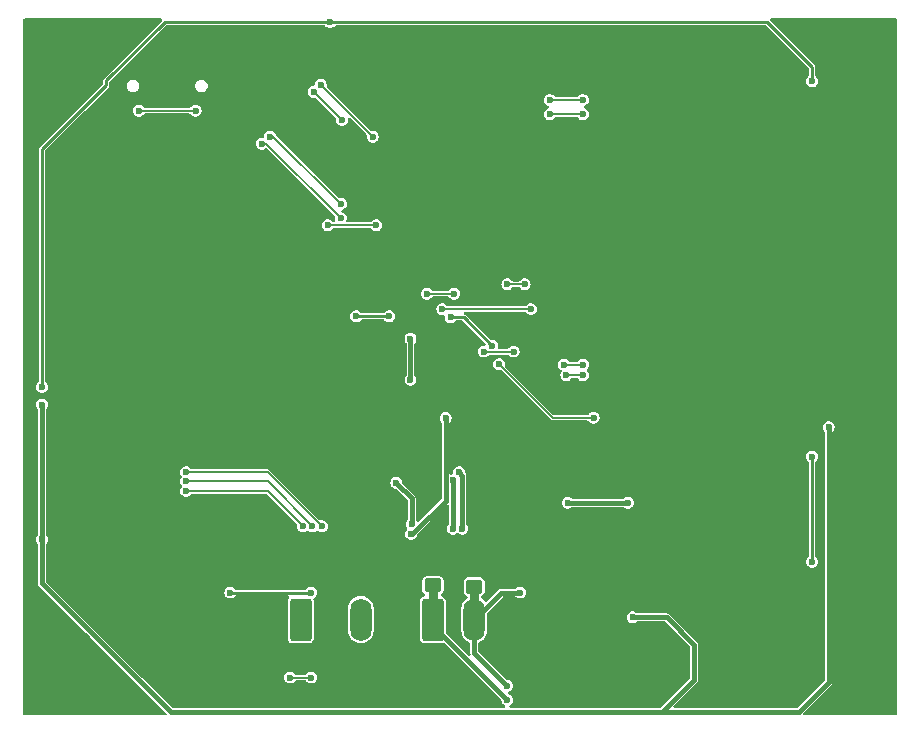
<source format=gbl>
G04 #@! TF.GenerationSoftware,KiCad,Pcbnew,8.0.6*
G04 #@! TF.CreationDate,2024-11-03T17:59:08+01:00*
G04 #@! TF.ProjectId,s3main,73336d61-696e-42e6-9b69-6361645f7063,A*
G04 #@! TF.SameCoordinates,Original*
G04 #@! TF.FileFunction,Copper,L2,Bot*
G04 #@! TF.FilePolarity,Positive*
%FSLAX46Y46*%
G04 Gerber Fmt 4.6, Leading zero omitted, Abs format (unit mm)*
G04 Created by KiCad (PCBNEW 8.0.6) date 2024-11-03 17:59:08*
%MOMM*%
%LPD*%
G01*
G04 APERTURE LIST*
G04 Aperture macros list*
%AMRoundRect*
0 Rectangle with rounded corners*
0 $1 Rounding radius*
0 $2 $3 $4 $5 $6 $7 $8 $9 X,Y pos of 4 corners*
0 Add a 4 corners polygon primitive as box body*
4,1,4,$2,$3,$4,$5,$6,$7,$8,$9,$2,$3,0*
0 Add four circle primitives for the rounded corners*
1,1,$1+$1,$2,$3*
1,1,$1+$1,$4,$5*
1,1,$1+$1,$6,$7*
1,1,$1+$1,$8,$9*
0 Add four rect primitives between the rounded corners*
20,1,$1+$1,$2,$3,$4,$5,0*
20,1,$1+$1,$4,$5,$6,$7,0*
20,1,$1+$1,$6,$7,$8,$9,0*
20,1,$1+$1,$8,$9,$2,$3,0*%
G04 Aperture macros list end*
G04 #@! TA.AperFunction,HeatsinkPad*
%ADD10C,0.500000*%
G04 #@! TD*
G04 #@! TA.AperFunction,HeatsinkPad*
%ADD11R,2.600000X2.600000*%
G04 #@! TD*
G04 #@! TA.AperFunction,ComponentPad*
%ADD12C,0.800000*%
G04 #@! TD*
G04 #@! TA.AperFunction,ComponentPad*
%ADD13C,6.400000*%
G04 #@! TD*
G04 #@! TA.AperFunction,ComponentPad*
%ADD14O,1.000000X2.100000*%
G04 #@! TD*
G04 #@! TA.AperFunction,ComponentPad*
%ADD15O,1.000000X1.800000*%
G04 #@! TD*
G04 #@! TA.AperFunction,ComponentPad*
%ADD16RoundRect,0.250000X-0.650000X-1.550000X0.650000X-1.550000X0.650000X1.550000X-0.650000X1.550000X0*%
G04 #@! TD*
G04 #@! TA.AperFunction,ComponentPad*
%ADD17O,1.800000X3.600000*%
G04 #@! TD*
G04 #@! TA.AperFunction,HeatsinkPad*
%ADD18R,3.000000X2.600000*%
G04 #@! TD*
G04 #@! TA.AperFunction,SMDPad,CuDef*
%ADD19RoundRect,0.250000X0.450000X-0.350000X0.450000X0.350000X-0.450000X0.350000X-0.450000X-0.350000X0*%
G04 #@! TD*
G04 #@! TA.AperFunction,ViaPad*
%ADD20C,0.600000*%
G04 #@! TD*
G04 #@! TA.AperFunction,Conductor*
%ADD21C,0.250000*%
G04 #@! TD*
G04 #@! TA.AperFunction,Conductor*
%ADD22C,0.400000*%
G04 #@! TD*
G04 #@! TA.AperFunction,Conductor*
%ADD23C,0.800000*%
G04 #@! TD*
G04 #@! TA.AperFunction,Conductor*
%ADD24C,0.200000*%
G04 #@! TD*
G04 APERTURE END LIST*
D10*
X152350000Y-97150000D03*
X152350000Y-98200000D03*
X152350000Y-99250000D03*
X153400000Y-97150000D03*
X153400000Y-98200000D03*
D11*
X153400000Y-98200000D03*
D10*
X153400000Y-99250000D03*
X154450000Y-97150000D03*
X154450000Y-98200000D03*
X154450000Y-99250000D03*
D12*
X116800000Y-72500000D03*
X117502944Y-70802944D03*
X117502944Y-74197056D03*
X119200000Y-70100000D03*
D13*
X119200000Y-72500000D03*
D12*
X119200000Y-74900000D03*
X120897056Y-70802944D03*
X120897056Y-74197056D03*
X121600000Y-72500000D03*
D14*
X132520000Y-74205000D03*
D15*
X132520000Y-70025000D03*
D14*
X123880000Y-74205000D03*
D15*
X123880000Y-70025000D03*
D12*
X166800000Y-72500000D03*
X167502944Y-70802944D03*
X167502944Y-74197056D03*
X169200000Y-70100000D03*
D13*
X169200000Y-72500000D03*
D12*
X169200000Y-74900000D03*
X170897056Y-70802944D03*
X170897056Y-74197056D03*
X171600000Y-72500000D03*
X166800000Y-122500000D03*
X167502944Y-120802944D03*
X167502944Y-124197056D03*
X169200000Y-120100000D03*
D13*
X169200000Y-122500000D03*
D12*
X169200000Y-124900000D03*
X170897056Y-120802944D03*
X170897056Y-124197056D03*
X171600000Y-122500000D03*
D16*
X150700000Y-118900000D03*
D17*
X154200000Y-118900000D03*
D16*
X139500000Y-118900000D03*
D17*
X144580000Y-118900000D03*
D10*
X140850000Y-112850000D03*
X139600000Y-112850000D03*
X138350000Y-112850000D03*
X140850000Y-113900000D03*
X139600000Y-113900000D03*
D18*
X139600000Y-113900000D03*
D10*
X138350000Y-113900000D03*
X140850000Y-114950000D03*
X139600000Y-114950000D03*
X138350000Y-114950000D03*
D12*
X116800000Y-122500000D03*
X117502944Y-120802944D03*
X117502944Y-124197056D03*
X119200000Y-120100000D03*
D13*
X119200000Y-122500000D03*
D12*
X119200000Y-124900000D03*
X120897056Y-120802944D03*
X120897056Y-124197056D03*
X121600000Y-122500000D03*
D19*
X154200000Y-116100000D03*
X154200000Y-114100000D03*
X150700000Y-116000000D03*
X150700000Y-114000000D03*
D20*
X182800000Y-114000000D03*
X144200000Y-93200000D03*
X152193870Y-93306130D03*
X155700000Y-95700000D03*
X147000000Y-93200000D03*
X182800000Y-73300000D03*
X140400000Y-116600000D03*
X182800000Y-105100000D03*
X117600000Y-99200000D03*
X133550000Y-116600000D03*
X142000000Y-68300000D03*
X170400000Y-96390000D03*
X130800000Y-69990000D03*
X125000000Y-117000000D03*
X127000000Y-117000000D03*
X172600000Y-96390000D03*
X188000000Y-72190000D03*
X139600000Y-89790000D03*
X135200000Y-74390000D03*
X158100000Y-114800000D03*
X179200000Y-89790000D03*
X155000000Y-78790000D03*
X183600000Y-78790000D03*
X146600000Y-114800000D03*
X133000000Y-113990000D03*
X174800000Y-122790000D03*
X189400000Y-100300000D03*
X135200000Y-109590000D03*
X127600000Y-120500000D03*
X163000000Y-118100000D03*
X139600000Y-87590000D03*
X163800000Y-105190000D03*
X159400000Y-72190000D03*
X124200000Y-78790000D03*
X179200000Y-120590000D03*
X131000000Y-97000000D03*
X172600000Y-98590000D03*
X148400000Y-72190000D03*
X159400000Y-78790000D03*
X135200000Y-96390000D03*
X161600000Y-105190000D03*
X168200000Y-91990000D03*
X126400000Y-87590000D03*
X141800000Y-102990000D03*
X149700000Y-105300000D03*
X133000000Y-96390000D03*
X174800000Y-85390000D03*
X157099503Y-94109287D03*
X124300000Y-90300000D03*
X119800000Y-96390000D03*
X155000000Y-83190000D03*
X174800000Y-76590000D03*
X130800000Y-118390000D03*
X148400000Y-74390000D03*
X128900000Y-77800000D03*
X148400000Y-122790000D03*
X174800000Y-74390000D03*
X144000000Y-87590000D03*
X188000000Y-124990000D03*
X159400000Y-96390000D03*
X122000000Y-83190000D03*
X156500000Y-120600000D03*
X163800000Y-69990000D03*
X137400000Y-74390000D03*
X155000000Y-72190000D03*
X183600000Y-69990000D03*
X187400000Y-95200000D03*
X122000000Y-76590000D03*
X170400000Y-98590000D03*
X181400000Y-120590000D03*
X188000000Y-74390000D03*
X146200000Y-124990000D03*
X141800000Y-118390000D03*
X146200000Y-83190000D03*
X188000000Y-117700000D03*
X117600000Y-76590000D03*
X157200000Y-115800000D03*
X148400000Y-78790000D03*
X122000000Y-85390000D03*
X166000000Y-124990000D03*
X179200000Y-69990000D03*
X139600000Y-105190000D03*
X139600000Y-102990000D03*
X189400000Y-110100000D03*
X185400000Y-110100000D03*
X116900000Y-110100000D03*
X185800000Y-124990000D03*
X155000000Y-69990000D03*
X157200000Y-80990000D03*
X130800000Y-120590000D03*
X168200000Y-96390000D03*
X161600000Y-102990000D03*
X124200000Y-94190000D03*
X181400000Y-105190000D03*
X150600000Y-124990000D03*
X181400000Y-72190000D03*
X122000000Y-100790000D03*
X139600000Y-100790000D03*
X183600000Y-87590000D03*
X147400000Y-69200000D03*
X172600000Y-76590000D03*
X122000000Y-96390000D03*
X159400000Y-69990000D03*
X144000000Y-91990000D03*
X148400000Y-118390000D03*
X144000000Y-124990000D03*
X170400000Y-76590000D03*
X120200000Y-106000000D03*
X144000000Y-89790000D03*
X158100000Y-115500000D03*
X188000000Y-105190000D03*
X148400000Y-124990000D03*
X181400000Y-89790000D03*
X130600000Y-76700000D03*
X137400000Y-69990000D03*
X188000000Y-87590000D03*
X157200000Y-69990000D03*
X177000000Y-124990000D03*
X147500000Y-114500000D03*
X139600000Y-69990000D03*
X177000000Y-89790000D03*
X163800000Y-89790000D03*
X188000000Y-69990000D03*
X130800000Y-116190000D03*
X185800000Y-72190000D03*
X166900000Y-116200000D03*
X187400000Y-90100000D03*
X150800000Y-92000000D03*
X189400000Y-90100000D03*
X139600000Y-91990000D03*
X157200000Y-83190000D03*
X135200000Y-98590000D03*
X146600000Y-115500000D03*
X126400000Y-85390000D03*
X188000000Y-120590000D03*
X177000000Y-72190000D03*
X135200000Y-69990000D03*
X185800000Y-87590000D03*
X179200000Y-105190000D03*
X150600000Y-80990000D03*
X130800000Y-111790000D03*
X119800000Y-78790000D03*
X146200000Y-105190000D03*
X187400000Y-110100000D03*
X155000000Y-74390000D03*
X137400000Y-124990000D03*
X185800000Y-69990000D03*
X146200000Y-122790000D03*
X185800000Y-117700000D03*
X119800000Y-89790000D03*
X174800000Y-113990000D03*
X157200000Y-72190000D03*
X135200000Y-94190000D03*
X130800000Y-105190000D03*
X185400000Y-95200000D03*
X156400000Y-105300000D03*
X158100000Y-114100000D03*
X170400000Y-94190000D03*
X118900000Y-113500000D03*
X188000000Y-122790000D03*
X179200000Y-87590000D03*
X183600000Y-85390000D03*
X146200000Y-80990000D03*
X141800000Y-124990000D03*
X174800000Y-69990000D03*
X185400000Y-82100000D03*
X157200000Y-114400000D03*
X187400000Y-82100000D03*
X170400000Y-109590000D03*
X166000000Y-69990000D03*
X155000000Y-80990000D03*
X137400000Y-122790000D03*
X174800000Y-124990000D03*
X152800000Y-83190000D03*
X166000000Y-91990000D03*
X122000000Y-113990000D03*
X172600000Y-100790000D03*
X159800000Y-114300000D03*
X124200000Y-113990000D03*
X117600000Y-118390000D03*
X185800000Y-105190000D03*
X185800000Y-74390000D03*
X128600000Y-69990000D03*
X122000000Y-94190000D03*
X185400000Y-90100000D03*
X122000000Y-111790000D03*
X126400000Y-83190000D03*
X168200000Y-94190000D03*
X161600000Y-100790000D03*
X146200000Y-74390000D03*
X185800000Y-120590000D03*
X150600000Y-85390000D03*
X148400000Y-83190000D03*
X172600000Y-74390000D03*
X156500000Y-118400000D03*
X137400000Y-105190000D03*
X183600000Y-80990000D03*
X128600000Y-83190000D03*
X157200000Y-74390000D03*
X122000000Y-78790000D03*
X157200000Y-78790000D03*
X181400000Y-74390000D03*
X146200000Y-102990000D03*
X165900000Y-98200000D03*
X152800000Y-78790000D03*
X144000000Y-122790000D03*
X153800000Y-89300000D03*
X152800000Y-80990000D03*
X147500000Y-113800000D03*
X187400000Y-100300000D03*
X157200000Y-115100000D03*
X159400000Y-80990000D03*
X150600000Y-78790000D03*
X145300000Y-91700000D03*
X128600000Y-85390000D03*
X185800000Y-122790000D03*
X150600000Y-122790000D03*
X159400000Y-74390000D03*
X148400000Y-120590000D03*
X137400000Y-89790000D03*
X172600000Y-111790000D03*
X124200000Y-83190000D03*
X147500000Y-115200000D03*
X189400000Y-82100000D03*
X177000000Y-87590000D03*
X126400000Y-113990000D03*
X133000000Y-94190000D03*
X146600000Y-114100000D03*
X179200000Y-124990000D03*
X130800000Y-83190000D03*
X135200000Y-91990000D03*
X119800000Y-83190000D03*
X137400000Y-91990000D03*
X146200000Y-100790000D03*
X181400000Y-87590000D03*
X159400000Y-83190000D03*
X165900000Y-111200000D03*
X144000000Y-102990000D03*
X124200000Y-96390000D03*
X137400000Y-94190000D03*
X146200000Y-72190000D03*
X185400000Y-100300000D03*
X183600000Y-72190000D03*
X189400000Y-95200000D03*
X152800000Y-124990000D03*
X141800000Y-120590000D03*
X179200000Y-74390000D03*
X126400000Y-105190000D03*
X117600000Y-100700000D03*
X167600000Y-118700000D03*
X167200000Y-109000000D03*
X162100000Y-109000000D03*
X184200000Y-102600000D03*
X117600000Y-112100000D03*
X148800000Y-98600000D03*
X148800000Y-95100000D03*
X147594490Y-107300640D03*
X148900000Y-110800000D03*
X157000000Y-125700000D03*
X157000000Y-124500000D03*
X153200000Y-111200000D03*
X158100000Y-116600000D03*
X152910793Y-106427452D03*
X141800000Y-85500000D03*
X145900000Y-85500000D03*
X148852998Y-111639710D03*
X151770185Y-101816527D03*
X152400000Y-107100000D03*
X152400000Y-111200000D03*
X138600000Y-123800000D03*
X140400000Y-123800000D03*
X142900000Y-84900000D03*
X136200000Y-78600000D03*
X130600000Y-75800000D03*
X125800000Y-75800000D03*
X136900000Y-78000000D03*
X142900000Y-83700000D03*
X163400000Y-98200000D03*
X162000000Y-98200000D03*
X145600000Y-78000000D03*
X141200000Y-73600000D03*
X156300000Y-97273000D03*
X164300000Y-101800000D03*
X140500000Y-111000000D03*
X129800000Y-107200000D03*
X129800000Y-108000000D03*
X139700000Y-111000000D03*
X140600000Y-74200000D03*
X143000000Y-76600000D03*
X163400000Y-76100000D03*
X160600000Y-76100000D03*
X160600000Y-74900000D03*
X163400000Y-74900000D03*
X129800000Y-106400000D03*
X141300000Y-111000000D03*
X151493870Y-92606130D03*
X159000000Y-92600000D03*
X163400000Y-97300000D03*
X161800000Y-97300000D03*
X158474000Y-90500000D03*
X157000000Y-90500000D03*
X157527000Y-96200000D03*
X155000000Y-96200000D03*
X152500000Y-91300000D03*
X150193870Y-91306130D03*
D21*
X117600000Y-99200000D02*
X117600000Y-79085103D01*
X128000000Y-68300000D02*
X142000000Y-68300000D01*
X153306130Y-93306130D02*
X152193870Y-93306130D01*
X182800000Y-72100000D02*
X179000000Y-68300000D01*
X179000000Y-68300000D02*
X142000000Y-68300000D01*
X140400000Y-116600000D02*
X133550000Y-116600000D01*
X147000000Y-93200000D02*
X144200000Y-93200000D01*
X123055000Y-73630103D02*
X123055000Y-73245000D01*
X182800000Y-114000000D02*
X182800000Y-105100000D01*
X123055000Y-73245000D02*
X128000000Y-68300000D01*
X117600000Y-79085103D02*
X123055000Y-73630103D01*
X155700000Y-95700000D02*
X153306130Y-93306130D01*
X182800000Y-73300000D02*
X182800000Y-72100000D01*
D22*
X172300000Y-126700000D02*
X170100000Y-126700000D01*
X184200000Y-124200000D02*
X181700000Y-126700000D01*
X172800000Y-123991169D02*
X170100000Y-126691169D01*
X117600000Y-112100000D02*
X117600000Y-100700000D01*
X181700000Y-126700000D02*
X172300000Y-126700000D01*
X184200000Y-102600000D02*
X184200000Y-124200000D01*
X170100000Y-126700000D02*
X128491169Y-126700000D01*
X170491169Y-118700000D02*
X172800000Y-121008831D01*
X172800000Y-121008831D02*
X172800000Y-123991169D01*
X128491169Y-126700000D02*
X117600000Y-115808831D01*
X167600000Y-118700000D02*
X170491169Y-118700000D01*
X117600000Y-115808831D02*
X117600000Y-112100000D01*
X162100000Y-109000000D02*
X167200000Y-109000000D01*
X170100000Y-126691169D02*
X170100000Y-126700000D01*
X148800000Y-95100000D02*
X148800000Y-98600000D01*
X148900000Y-110800000D02*
X148900000Y-108606150D01*
D23*
X150700000Y-118900000D02*
X150700000Y-116000000D01*
D22*
X150700000Y-118900000D02*
X150700000Y-119400000D01*
X150700000Y-119400000D02*
X157000000Y-125700000D01*
X148900000Y-108606150D02*
X147594490Y-107300640D01*
X156500000Y-116600000D02*
X154200000Y-118900000D01*
X157000000Y-124500000D02*
X154200000Y-121700000D01*
X153200000Y-111200000D02*
X153200000Y-106716659D01*
X153200000Y-106716659D02*
X152910793Y-106427452D01*
X154200000Y-121700000D02*
X154200000Y-118900000D01*
X158100000Y-116600000D02*
X156500000Y-116600000D01*
D23*
X154200000Y-118900000D02*
X154200000Y-116100000D01*
D24*
X145900000Y-85500000D02*
X141800000Y-85500000D01*
D22*
X151770185Y-108816527D02*
X151770185Y-101816527D01*
X148852998Y-111639710D02*
X148947002Y-111639710D01*
X148947002Y-111639710D02*
X151770185Y-108816527D01*
X152400000Y-107100000D02*
X152400000Y-111200000D01*
D24*
X138600000Y-123800000D02*
X140400000Y-123800000D01*
X136600000Y-78600000D02*
X142900000Y-84900000D01*
X136200000Y-78600000D02*
X136600000Y-78600000D01*
X125800000Y-75800000D02*
X130600000Y-75800000D01*
X137200000Y-78000000D02*
X136900000Y-78000000D01*
X142900000Y-83700000D02*
X137200000Y-78000000D01*
X162000000Y-98200000D02*
X163400000Y-98200000D01*
X141200000Y-73600000D02*
X145600000Y-78000000D01*
X164300000Y-101800000D02*
X160827000Y-101800000D01*
X160827000Y-101800000D02*
X156300000Y-97273000D01*
X136700000Y-107200000D02*
X140500000Y-111000000D01*
X129800000Y-107200000D02*
X136700000Y-107200000D01*
X136700000Y-108000000D02*
X139700000Y-111000000D01*
X129800000Y-108000000D02*
X136700000Y-108000000D01*
X143000000Y-76600000D02*
X140600000Y-74200000D01*
X163400000Y-76100000D02*
X160600000Y-76100000D01*
X160600000Y-74900000D02*
X163400000Y-74900000D01*
X136700000Y-106400000D02*
X141300000Y-111000000D01*
X129800000Y-106400000D02*
X136700000Y-106400000D01*
X151500000Y-92600000D02*
X151493870Y-92606130D01*
X154200000Y-92600000D02*
X151500000Y-92600000D01*
X159000000Y-92600000D02*
X154200000Y-92600000D01*
X161800000Y-97300000D02*
X163400000Y-97300000D01*
X157000000Y-90500000D02*
X158474000Y-90500000D01*
X157500000Y-96227000D02*
X157527000Y-96200000D01*
X155027000Y-96227000D02*
X157500000Y-96227000D01*
X152493870Y-91306130D02*
X152500000Y-91300000D01*
X150193870Y-91306130D02*
X152493870Y-91306130D01*
X155000000Y-96200000D02*
X155027000Y-96227000D01*
G04 #@! TA.AperFunction,Conductor*
G36*
X127710088Y-68020185D02*
G01*
X127755843Y-68072989D01*
X127765787Y-68142147D01*
X127736762Y-68205703D01*
X127730730Y-68212181D01*
X122840942Y-73101968D01*
X122840941Y-73101969D01*
X122802500Y-73194773D01*
X122802500Y-73474152D01*
X122782815Y-73541191D01*
X122766181Y-73561833D01*
X117385942Y-78942071D01*
X117385941Y-78942072D01*
X117347500Y-79034876D01*
X117347500Y-98699616D01*
X117327815Y-98766655D01*
X117290542Y-98803930D01*
X117268872Y-98817856D01*
X117268866Y-98817862D01*
X117174625Y-98926622D01*
X117174622Y-98926628D01*
X117114834Y-99057543D01*
X117094353Y-99200000D01*
X117114834Y-99342456D01*
X117174622Y-99473371D01*
X117174623Y-99473373D01*
X117268872Y-99582143D01*
X117389947Y-99659953D01*
X117389950Y-99659954D01*
X117389949Y-99659954D01*
X117528036Y-99700499D01*
X117528038Y-99700500D01*
X117528039Y-99700500D01*
X117671962Y-99700500D01*
X117671962Y-99700499D01*
X117810053Y-99659953D01*
X117931128Y-99582143D01*
X118025377Y-99473373D01*
X118085165Y-99342457D01*
X118105647Y-99200000D01*
X118085165Y-99057543D01*
X118025377Y-98926627D01*
X118025375Y-98926625D01*
X118025374Y-98926622D01*
X117931133Y-98817862D01*
X117931127Y-98817856D01*
X117909458Y-98803930D01*
X117863704Y-98751125D01*
X117852500Y-98699616D01*
X117852500Y-95100000D01*
X148294353Y-95100000D01*
X148314834Y-95242456D01*
X148349269Y-95317856D01*
X148374623Y-95373373D01*
X148442213Y-95451377D01*
X148471238Y-95514932D01*
X148472500Y-95532579D01*
X148472500Y-98167420D01*
X148452815Y-98234459D01*
X148442214Y-98248622D01*
X148374623Y-98326627D01*
X148374622Y-98326628D01*
X148314834Y-98457543D01*
X148294353Y-98600000D01*
X148314834Y-98742456D01*
X148374622Y-98873371D01*
X148374623Y-98873373D01*
X148468872Y-98982143D01*
X148589947Y-99059953D01*
X148589950Y-99059954D01*
X148589949Y-99059954D01*
X148728036Y-99100499D01*
X148728038Y-99100500D01*
X148728039Y-99100500D01*
X148871962Y-99100500D01*
X148871962Y-99100499D01*
X149010053Y-99059953D01*
X149131128Y-98982143D01*
X149225377Y-98873373D01*
X149285165Y-98742457D01*
X149305647Y-98600000D01*
X149285165Y-98457543D01*
X149225377Y-98326627D01*
X149157786Y-98248622D01*
X149128762Y-98185066D01*
X149127500Y-98167420D01*
X149127500Y-97273000D01*
X155794353Y-97273000D01*
X155814834Y-97415456D01*
X155843254Y-97477685D01*
X155874623Y-97546373D01*
X155968872Y-97655143D01*
X156089947Y-97732953D01*
X156089950Y-97732954D01*
X156089949Y-97732954D01*
X156196100Y-97764122D01*
X156216071Y-97769986D01*
X156228036Y-97773499D01*
X156228038Y-97773500D01*
X156228039Y-97773500D01*
X156371962Y-97773500D01*
X156383929Y-97769986D01*
X156453799Y-97769984D01*
X156506548Y-97801281D01*
X160698132Y-101992866D01*
X160698134Y-101992868D01*
X160762801Y-102019652D01*
X160781747Y-102027500D01*
X160872253Y-102027500D01*
X163778245Y-102027500D01*
X163845284Y-102047185D01*
X163871958Y-102070297D01*
X163874622Y-102073371D01*
X163874623Y-102073373D01*
X163968872Y-102182143D01*
X164089947Y-102259953D01*
X164089950Y-102259954D01*
X164089949Y-102259954D01*
X164228036Y-102300499D01*
X164228038Y-102300500D01*
X164228039Y-102300500D01*
X164371962Y-102300500D01*
X164371962Y-102300499D01*
X164510053Y-102259953D01*
X164631128Y-102182143D01*
X164725377Y-102073373D01*
X164785165Y-101942457D01*
X164805647Y-101800000D01*
X164785165Y-101657543D01*
X164725377Y-101526627D01*
X164631128Y-101417857D01*
X164510053Y-101340047D01*
X164510051Y-101340046D01*
X164510049Y-101340045D01*
X164510050Y-101340045D01*
X164371963Y-101299500D01*
X164371961Y-101299500D01*
X164228039Y-101299500D01*
X164228036Y-101299500D01*
X164089949Y-101340045D01*
X163968873Y-101417856D01*
X163968872Y-101417856D01*
X163968872Y-101417857D01*
X163954552Y-101434384D01*
X163871958Y-101529703D01*
X163813180Y-101567477D01*
X163778245Y-101572500D01*
X160972596Y-101572500D01*
X160905557Y-101552815D01*
X160884915Y-101536181D01*
X156826418Y-97477685D01*
X156792933Y-97416362D01*
X156791361Y-97372361D01*
X156801765Y-97300000D01*
X161294353Y-97300000D01*
X161314834Y-97442456D01*
X161330923Y-97477685D01*
X161374623Y-97573373D01*
X161468872Y-97682143D01*
X161552483Y-97735876D01*
X161598237Y-97788679D01*
X161608181Y-97857837D01*
X161579162Y-97921387D01*
X161574625Y-97926622D01*
X161574622Y-97926628D01*
X161514834Y-98057543D01*
X161494353Y-98200000D01*
X161514834Y-98342456D01*
X161573218Y-98470297D01*
X161574623Y-98473373D01*
X161668872Y-98582143D01*
X161789947Y-98659953D01*
X161789950Y-98659954D01*
X161789949Y-98659954D01*
X161897107Y-98691417D01*
X161925028Y-98699616D01*
X161928036Y-98700499D01*
X161928038Y-98700500D01*
X161928039Y-98700500D01*
X162071962Y-98700500D01*
X162071962Y-98700499D01*
X162210053Y-98659953D01*
X162331128Y-98582143D01*
X162425377Y-98473373D01*
X162425378Y-98473371D01*
X162428042Y-98470297D01*
X162486820Y-98432523D01*
X162521755Y-98427500D01*
X162878245Y-98427500D01*
X162945284Y-98447185D01*
X162971958Y-98470297D01*
X162974622Y-98473371D01*
X162974623Y-98473373D01*
X163068872Y-98582143D01*
X163189947Y-98659953D01*
X163189950Y-98659954D01*
X163189949Y-98659954D01*
X163297107Y-98691417D01*
X163325028Y-98699616D01*
X163328036Y-98700499D01*
X163328038Y-98700500D01*
X163328039Y-98700500D01*
X163471962Y-98700500D01*
X163471962Y-98700499D01*
X163610053Y-98659953D01*
X163731128Y-98582143D01*
X163825377Y-98473373D01*
X163885165Y-98342457D01*
X163905647Y-98200000D01*
X163885165Y-98057543D01*
X163825377Y-97926627D01*
X163742689Y-97831199D01*
X163713666Y-97767647D01*
X163723610Y-97698489D01*
X163742687Y-97668802D01*
X163825377Y-97573373D01*
X163885165Y-97442457D01*
X163905647Y-97300000D01*
X163885165Y-97157543D01*
X163825377Y-97026627D01*
X163731128Y-96917857D01*
X163610053Y-96840047D01*
X163610051Y-96840046D01*
X163610049Y-96840045D01*
X163610050Y-96840045D01*
X163471963Y-96799500D01*
X163471961Y-96799500D01*
X163328039Y-96799500D01*
X163328036Y-96799500D01*
X163189949Y-96840045D01*
X163068873Y-96917856D01*
X163068872Y-96917856D01*
X163068872Y-96917857D01*
X162998019Y-96999627D01*
X162971958Y-97029703D01*
X162913180Y-97067477D01*
X162878245Y-97072500D01*
X162321755Y-97072500D01*
X162254716Y-97052815D01*
X162228042Y-97029703D01*
X162201982Y-96999628D01*
X162131128Y-96917857D01*
X162010053Y-96840047D01*
X162010051Y-96840046D01*
X162010049Y-96840045D01*
X162010050Y-96840045D01*
X161871963Y-96799500D01*
X161871961Y-96799500D01*
X161728039Y-96799500D01*
X161728036Y-96799500D01*
X161589949Y-96840045D01*
X161468873Y-96917856D01*
X161374623Y-97026626D01*
X161374622Y-97026628D01*
X161314834Y-97157543D01*
X161294353Y-97300000D01*
X156801765Y-97300000D01*
X156805647Y-97273000D01*
X156785165Y-97130543D01*
X156725377Y-96999627D01*
X156631128Y-96890857D01*
X156510053Y-96813047D01*
X156510051Y-96813046D01*
X156510049Y-96813045D01*
X156510050Y-96813045D01*
X156371963Y-96772500D01*
X156371961Y-96772500D01*
X156228039Y-96772500D01*
X156228036Y-96772500D01*
X156089949Y-96813045D01*
X155968873Y-96890856D01*
X155874623Y-96999626D01*
X155874622Y-96999628D01*
X155814834Y-97130543D01*
X155794353Y-97273000D01*
X149127500Y-97273000D01*
X149127500Y-95532579D01*
X149147185Y-95465540D01*
X149157783Y-95451380D01*
X149225377Y-95373373D01*
X149285165Y-95242457D01*
X149305647Y-95100000D01*
X149285165Y-94957543D01*
X149225377Y-94826627D01*
X149131128Y-94717857D01*
X149010053Y-94640047D01*
X149010051Y-94640046D01*
X149010049Y-94640045D01*
X149010050Y-94640045D01*
X148871963Y-94599500D01*
X148871961Y-94599500D01*
X148728039Y-94599500D01*
X148728036Y-94599500D01*
X148589949Y-94640045D01*
X148468873Y-94717856D01*
X148374623Y-94826626D01*
X148374622Y-94826628D01*
X148314834Y-94957543D01*
X148294353Y-95100000D01*
X117852500Y-95100000D01*
X117852500Y-93200000D01*
X143694353Y-93200000D01*
X143714834Y-93342456D01*
X143767384Y-93457523D01*
X143774623Y-93473373D01*
X143868872Y-93582143D01*
X143989947Y-93659953D01*
X143989950Y-93659954D01*
X143989949Y-93659954D01*
X144128036Y-93700499D01*
X144128038Y-93700500D01*
X144128039Y-93700500D01*
X144271962Y-93700500D01*
X144271962Y-93700499D01*
X144410053Y-93659953D01*
X144531128Y-93582143D01*
X144606380Y-93495297D01*
X144665158Y-93457523D01*
X144700093Y-93452500D01*
X146499907Y-93452500D01*
X146566946Y-93472185D01*
X146593620Y-93495297D01*
X146668872Y-93582143D01*
X146789947Y-93659953D01*
X146789950Y-93659954D01*
X146789949Y-93659954D01*
X146928036Y-93700499D01*
X146928038Y-93700500D01*
X146928039Y-93700500D01*
X147071962Y-93700500D01*
X147071962Y-93700499D01*
X147210053Y-93659953D01*
X147331128Y-93582143D01*
X147425377Y-93473373D01*
X147485165Y-93342457D01*
X147505647Y-93200000D01*
X147485165Y-93057543D01*
X147425377Y-92926627D01*
X147331128Y-92817857D01*
X147210053Y-92740047D01*
X147210051Y-92740046D01*
X147210049Y-92740045D01*
X147210050Y-92740045D01*
X147071963Y-92699500D01*
X147071961Y-92699500D01*
X146928039Y-92699500D01*
X146928036Y-92699500D01*
X146789949Y-92740045D01*
X146668873Y-92817856D01*
X146593620Y-92904703D01*
X146534842Y-92942477D01*
X146499907Y-92947500D01*
X144700093Y-92947500D01*
X144633054Y-92927815D01*
X144606380Y-92904703D01*
X144600017Y-92897360D01*
X144531128Y-92817857D01*
X144410053Y-92740047D01*
X144410051Y-92740046D01*
X144410049Y-92740045D01*
X144410050Y-92740045D01*
X144271963Y-92699500D01*
X144271961Y-92699500D01*
X144128039Y-92699500D01*
X144128036Y-92699500D01*
X143989949Y-92740045D01*
X143868873Y-92817856D01*
X143774623Y-92926626D01*
X143774622Y-92926628D01*
X143714834Y-93057543D01*
X143694353Y-93200000D01*
X117852500Y-93200000D01*
X117852500Y-92606130D01*
X150988223Y-92606130D01*
X151008704Y-92748586D01*
X151065693Y-92873373D01*
X151068493Y-92879503D01*
X151162742Y-92988273D01*
X151283817Y-93066083D01*
X151283820Y-93066084D01*
X151283819Y-93066084D01*
X151372325Y-93092071D01*
X151401028Y-93100499D01*
X151421906Y-93106629D01*
X151421908Y-93106630D01*
X151573803Y-93106630D01*
X151640842Y-93126315D01*
X151686597Y-93179119D01*
X151696541Y-93248277D01*
X151688223Y-93306130D01*
X151708704Y-93448586D01*
X151761254Y-93563653D01*
X151768493Y-93579503D01*
X151862742Y-93688273D01*
X151983817Y-93766083D01*
X151983820Y-93766084D01*
X151983819Y-93766084D01*
X152121906Y-93806629D01*
X152121908Y-93806630D01*
X152121909Y-93806630D01*
X152265832Y-93806630D01*
X152265832Y-93806629D01*
X152403923Y-93766083D01*
X152524998Y-93688273D01*
X152600250Y-93601427D01*
X152659028Y-93563653D01*
X152693963Y-93558630D01*
X153150179Y-93558630D01*
X153217218Y-93578315D01*
X153237860Y-93594949D01*
X155130730Y-95487819D01*
X155164215Y-95549142D01*
X155159231Y-95618834D01*
X155117359Y-95674767D01*
X155051895Y-95699184D01*
X155043049Y-95699500D01*
X154928036Y-95699500D01*
X154789949Y-95740045D01*
X154668873Y-95817856D01*
X154574623Y-95926626D01*
X154574622Y-95926628D01*
X154514834Y-96057543D01*
X154494353Y-96200000D01*
X154514834Y-96342456D01*
X154566004Y-96454500D01*
X154574623Y-96473373D01*
X154668872Y-96582143D01*
X154789947Y-96659953D01*
X154789950Y-96659954D01*
X154789949Y-96659954D01*
X154928036Y-96700499D01*
X154928038Y-96700500D01*
X154928039Y-96700500D01*
X155071962Y-96700500D01*
X155071962Y-96700499D01*
X155210053Y-96659953D01*
X155331128Y-96582143D01*
X155404647Y-96497297D01*
X155463425Y-96459523D01*
X155498360Y-96454500D01*
X157028640Y-96454500D01*
X157095679Y-96474185D01*
X157122353Y-96497297D01*
X157195872Y-96582143D01*
X157316947Y-96659953D01*
X157316950Y-96659954D01*
X157316949Y-96659954D01*
X157455036Y-96700499D01*
X157455038Y-96700500D01*
X157455039Y-96700500D01*
X157598962Y-96700500D01*
X157598962Y-96700499D01*
X157737053Y-96659953D01*
X157858128Y-96582143D01*
X157952377Y-96473373D01*
X158012165Y-96342457D01*
X158032647Y-96200000D01*
X158012165Y-96057543D01*
X157952377Y-95926627D01*
X157858128Y-95817857D01*
X157737053Y-95740047D01*
X157737051Y-95740046D01*
X157737049Y-95740045D01*
X157737050Y-95740045D01*
X157598963Y-95699500D01*
X157598961Y-95699500D01*
X157455039Y-95699500D01*
X157455036Y-95699500D01*
X157316949Y-95740045D01*
X157195873Y-95817856D01*
X157101623Y-95926626D01*
X157101447Y-95927013D01*
X157101168Y-95927334D01*
X157096829Y-95934087D01*
X157095857Y-95933462D01*
X157055691Y-95979816D01*
X156988653Y-95999500D01*
X156304698Y-95999500D01*
X156237659Y-95979815D01*
X156191904Y-95927011D01*
X156181960Y-95857853D01*
X156184883Y-95844412D01*
X156185163Y-95842459D01*
X156185165Y-95842457D01*
X156205647Y-95700000D01*
X156185165Y-95557543D01*
X156125377Y-95426627D01*
X156031128Y-95317857D01*
X155910053Y-95240047D01*
X155910051Y-95240046D01*
X155910049Y-95240045D01*
X155910050Y-95240045D01*
X155771963Y-95199500D01*
X155771961Y-95199500D01*
X155628039Y-95199500D01*
X155627002Y-95199649D01*
X155625966Y-95199500D01*
X155619171Y-95199500D01*
X155619171Y-95198522D01*
X155557844Y-95189702D01*
X155521680Y-95164591D01*
X153449160Y-93092071D01*
X153386366Y-93066061D01*
X153331963Y-93022220D01*
X153309898Y-92955925D01*
X153327177Y-92888226D01*
X153378315Y-92840616D01*
X153433819Y-92827500D01*
X154154747Y-92827500D01*
X158478245Y-92827500D01*
X158545284Y-92847185D01*
X158571958Y-92870297D01*
X158574622Y-92873371D01*
X158574623Y-92873373D01*
X158668872Y-92982143D01*
X158789947Y-93059953D01*
X158789950Y-93059954D01*
X158789949Y-93059954D01*
X158928036Y-93100499D01*
X158928038Y-93100500D01*
X158928039Y-93100500D01*
X159071962Y-93100500D01*
X159071962Y-93100499D01*
X159179121Y-93069035D01*
X159210050Y-93059954D01*
X159210050Y-93059953D01*
X159210053Y-93059953D01*
X159331128Y-92982143D01*
X159425377Y-92873373D01*
X159485165Y-92742457D01*
X159505647Y-92600000D01*
X159485165Y-92457543D01*
X159425377Y-92326627D01*
X159331128Y-92217857D01*
X159210053Y-92140047D01*
X159210051Y-92140046D01*
X159210049Y-92140045D01*
X159210050Y-92140045D01*
X159071963Y-92099500D01*
X159071961Y-92099500D01*
X158928039Y-92099500D01*
X158928036Y-92099500D01*
X158789949Y-92140045D01*
X158668873Y-92217856D01*
X158668872Y-92217856D01*
X158668872Y-92217857D01*
X158663561Y-92223987D01*
X158571958Y-92329703D01*
X158513180Y-92367477D01*
X158478245Y-92372500D01*
X152010314Y-92372500D01*
X151943275Y-92352815D01*
X151916601Y-92329703D01*
X151898183Y-92308448D01*
X151824998Y-92223987D01*
X151703923Y-92146177D01*
X151703921Y-92146176D01*
X151703919Y-92146175D01*
X151703920Y-92146175D01*
X151565833Y-92105630D01*
X151565831Y-92105630D01*
X151421909Y-92105630D01*
X151421906Y-92105630D01*
X151283819Y-92146175D01*
X151162743Y-92223986D01*
X151068493Y-92332756D01*
X151068492Y-92332758D01*
X151008704Y-92463673D01*
X150988223Y-92606130D01*
X117852500Y-92606130D01*
X117852500Y-91306130D01*
X149688223Y-91306130D01*
X149708704Y-91448586D01*
X149765693Y-91573373D01*
X149768493Y-91579503D01*
X149862742Y-91688273D01*
X149983817Y-91766083D01*
X149983820Y-91766084D01*
X149983819Y-91766084D01*
X150090977Y-91797547D01*
X150101028Y-91800499D01*
X150121906Y-91806629D01*
X150121908Y-91806630D01*
X150121909Y-91806630D01*
X150265832Y-91806630D01*
X150265832Y-91806629D01*
X150403923Y-91766083D01*
X150524998Y-91688273D01*
X150619247Y-91579503D01*
X150619248Y-91579501D01*
X150621912Y-91576427D01*
X150680690Y-91538653D01*
X150715625Y-91533630D01*
X151983556Y-91533630D01*
X152050595Y-91553315D01*
X152077269Y-91576427D01*
X152097599Y-91599889D01*
X152168872Y-91682143D01*
X152289947Y-91759953D01*
X152289950Y-91759954D01*
X152289949Y-91759954D01*
X152428036Y-91800499D01*
X152428038Y-91800500D01*
X152428039Y-91800500D01*
X152571962Y-91800500D01*
X152571962Y-91800499D01*
X152679121Y-91769035D01*
X152710050Y-91759954D01*
X152710050Y-91759953D01*
X152710053Y-91759953D01*
X152831128Y-91682143D01*
X152925377Y-91573373D01*
X152985165Y-91442457D01*
X153005647Y-91300000D01*
X152985165Y-91157543D01*
X152925377Y-91026627D01*
X152831128Y-90917857D01*
X152710053Y-90840047D01*
X152710051Y-90840046D01*
X152710049Y-90840045D01*
X152710050Y-90840045D01*
X152571963Y-90799500D01*
X152571961Y-90799500D01*
X152428039Y-90799500D01*
X152428036Y-90799500D01*
X152289949Y-90840045D01*
X152168873Y-90917856D01*
X152168872Y-90917856D01*
X152168872Y-90917857D01*
X152163561Y-90923987D01*
X152068815Y-91033330D01*
X152066584Y-91031397D01*
X152024991Y-91067430D01*
X151973493Y-91078630D01*
X150715625Y-91078630D01*
X150648586Y-91058945D01*
X150621912Y-91035833D01*
X150619246Y-91032756D01*
X150524998Y-90923987D01*
X150403923Y-90846177D01*
X150403921Y-90846176D01*
X150403919Y-90846175D01*
X150403920Y-90846175D01*
X150265833Y-90805630D01*
X150265831Y-90805630D01*
X150121909Y-90805630D01*
X150121906Y-90805630D01*
X149983819Y-90846175D01*
X149862743Y-90923986D01*
X149768493Y-91032756D01*
X149768492Y-91032758D01*
X149708704Y-91163673D01*
X149688223Y-91306130D01*
X117852500Y-91306130D01*
X117852500Y-90500000D01*
X156494353Y-90500000D01*
X156514834Y-90642456D01*
X156553673Y-90727500D01*
X156574623Y-90773373D01*
X156668872Y-90882143D01*
X156789947Y-90959953D01*
X156789950Y-90959954D01*
X156789949Y-90959954D01*
X156928036Y-91000499D01*
X156928038Y-91000500D01*
X156928039Y-91000500D01*
X157071962Y-91000500D01*
X157071962Y-91000499D01*
X157210053Y-90959953D01*
X157331128Y-90882143D01*
X157425377Y-90773373D01*
X157425378Y-90773371D01*
X157428042Y-90770297D01*
X157486820Y-90732523D01*
X157521755Y-90727500D01*
X157952245Y-90727500D01*
X158019284Y-90747185D01*
X158045958Y-90770297D01*
X158048622Y-90773371D01*
X158048623Y-90773373D01*
X158142872Y-90882143D01*
X158263947Y-90959953D01*
X158263950Y-90959954D01*
X158263949Y-90959954D01*
X158402036Y-91000499D01*
X158402038Y-91000500D01*
X158402039Y-91000500D01*
X158545962Y-91000500D01*
X158545962Y-91000499D01*
X158684053Y-90959953D01*
X158805128Y-90882143D01*
X158899377Y-90773373D01*
X158959165Y-90642457D01*
X158979647Y-90500000D01*
X158959165Y-90357543D01*
X158899377Y-90226627D01*
X158805128Y-90117857D01*
X158684053Y-90040047D01*
X158684051Y-90040046D01*
X158684049Y-90040045D01*
X158684050Y-90040045D01*
X158545963Y-89999500D01*
X158545961Y-89999500D01*
X158402039Y-89999500D01*
X158402036Y-89999500D01*
X158263949Y-90040045D01*
X158142873Y-90117856D01*
X158045958Y-90229703D01*
X157987180Y-90267477D01*
X157952245Y-90272500D01*
X157521755Y-90272500D01*
X157454716Y-90252815D01*
X157428042Y-90229703D01*
X157425376Y-90226626D01*
X157331128Y-90117857D01*
X157210053Y-90040047D01*
X157210051Y-90040046D01*
X157210049Y-90040045D01*
X157210050Y-90040045D01*
X157071963Y-89999500D01*
X157071961Y-89999500D01*
X156928039Y-89999500D01*
X156928036Y-89999500D01*
X156789949Y-90040045D01*
X156668873Y-90117856D01*
X156574623Y-90226626D01*
X156574622Y-90226628D01*
X156514834Y-90357543D01*
X156494353Y-90500000D01*
X117852500Y-90500000D01*
X117852500Y-79241054D01*
X117872185Y-79174015D01*
X117888819Y-79153373D01*
X118442192Y-78600000D01*
X135694353Y-78600000D01*
X135714834Y-78742456D01*
X135773559Y-78871044D01*
X135774623Y-78873373D01*
X135868872Y-78982143D01*
X135989947Y-79059953D01*
X135989950Y-79059954D01*
X135989949Y-79059954D01*
X136128036Y-79100499D01*
X136128038Y-79100500D01*
X136128039Y-79100500D01*
X136271962Y-79100500D01*
X136271962Y-79100499D01*
X136410050Y-79059954D01*
X136410051Y-79059954D01*
X136410053Y-79059953D01*
X136525770Y-78985585D01*
X136592806Y-78965902D01*
X136659846Y-78985586D01*
X136680488Y-79002221D01*
X142373581Y-84695314D01*
X142407066Y-84756637D01*
X142408638Y-84800641D01*
X142394353Y-84899999D01*
X142414834Y-85042456D01*
X142439739Y-85096988D01*
X142449683Y-85166146D01*
X142420658Y-85229702D01*
X142361881Y-85267477D01*
X142326945Y-85272500D01*
X142321755Y-85272500D01*
X142254716Y-85252815D01*
X142228042Y-85229703D01*
X142202314Y-85200011D01*
X142131128Y-85117857D01*
X142010053Y-85040047D01*
X142010051Y-85040046D01*
X142010049Y-85040045D01*
X142010050Y-85040045D01*
X141871963Y-84999500D01*
X141871961Y-84999500D01*
X141728039Y-84999500D01*
X141728036Y-84999500D01*
X141589949Y-85040045D01*
X141468873Y-85117856D01*
X141374623Y-85226626D01*
X141374622Y-85226628D01*
X141314834Y-85357543D01*
X141294353Y-85500000D01*
X141314834Y-85642456D01*
X141353673Y-85727500D01*
X141374623Y-85773373D01*
X141468872Y-85882143D01*
X141589947Y-85959953D01*
X141589950Y-85959954D01*
X141589949Y-85959954D01*
X141728036Y-86000499D01*
X141728038Y-86000500D01*
X141728039Y-86000500D01*
X141871962Y-86000500D01*
X141871962Y-86000499D01*
X142010053Y-85959953D01*
X142131128Y-85882143D01*
X142225377Y-85773373D01*
X142225378Y-85773371D01*
X142228042Y-85770297D01*
X142286820Y-85732523D01*
X142321755Y-85727500D01*
X145378245Y-85727500D01*
X145445284Y-85747185D01*
X145471958Y-85770297D01*
X145474622Y-85773371D01*
X145474623Y-85773373D01*
X145568872Y-85882143D01*
X145689947Y-85959953D01*
X145689950Y-85959954D01*
X145689949Y-85959954D01*
X145828036Y-86000499D01*
X145828038Y-86000500D01*
X145828039Y-86000500D01*
X145971962Y-86000500D01*
X145971962Y-86000499D01*
X146110053Y-85959953D01*
X146231128Y-85882143D01*
X146325377Y-85773373D01*
X146385165Y-85642457D01*
X146405647Y-85500000D01*
X146385165Y-85357543D01*
X146325377Y-85226627D01*
X146231128Y-85117857D01*
X146110053Y-85040047D01*
X146110051Y-85040046D01*
X146110049Y-85040045D01*
X146110050Y-85040045D01*
X145971963Y-84999500D01*
X145971961Y-84999500D01*
X145828039Y-84999500D01*
X145828036Y-84999500D01*
X145689949Y-85040045D01*
X145568873Y-85117856D01*
X145568872Y-85117856D01*
X145568872Y-85117857D01*
X145520768Y-85173373D01*
X145471958Y-85229703D01*
X145413180Y-85267477D01*
X145378245Y-85272500D01*
X143473055Y-85272500D01*
X143406016Y-85252815D01*
X143360261Y-85200011D01*
X143350317Y-85130853D01*
X143360261Y-85096988D01*
X143385165Y-85042456D01*
X143405647Y-84900000D01*
X143385165Y-84757543D01*
X143325377Y-84626627D01*
X143231128Y-84517857D01*
X143110053Y-84440047D01*
X143110051Y-84440046D01*
X143110049Y-84440045D01*
X143110050Y-84440045D01*
X143038296Y-84418977D01*
X142979518Y-84381203D01*
X142950492Y-84317648D01*
X142960435Y-84248489D01*
X143006190Y-84195685D01*
X143038296Y-84181023D01*
X143110050Y-84159954D01*
X143110050Y-84159953D01*
X143110053Y-84159953D01*
X143231128Y-84082143D01*
X143325377Y-83973373D01*
X143385165Y-83842457D01*
X143405647Y-83700000D01*
X143385165Y-83557543D01*
X143325377Y-83426627D01*
X143231128Y-83317857D01*
X143110053Y-83240047D01*
X143110051Y-83240046D01*
X143110049Y-83240045D01*
X143110050Y-83240045D01*
X142971963Y-83199500D01*
X142971961Y-83199500D01*
X142828039Y-83199500D01*
X142828035Y-83199500D01*
X142816060Y-83203016D01*
X142746190Y-83203012D01*
X142693451Y-83171718D01*
X137405935Y-77884202D01*
X137380822Y-77848033D01*
X137325377Y-77726628D01*
X137325376Y-77726626D01*
X137231128Y-77617857D01*
X137110053Y-77540047D01*
X137110051Y-77540046D01*
X137110049Y-77540045D01*
X137110050Y-77540045D01*
X136971963Y-77499500D01*
X136971961Y-77499500D01*
X136828039Y-77499500D01*
X136828036Y-77499500D01*
X136689949Y-77540045D01*
X136568873Y-77617856D01*
X136474623Y-77726626D01*
X136474622Y-77726628D01*
X136414834Y-77857543D01*
X136395338Y-77993147D01*
X136366313Y-78056703D01*
X136307535Y-78094477D01*
X136272600Y-78099500D01*
X136128036Y-78099500D01*
X135989949Y-78140045D01*
X135868873Y-78217856D01*
X135774623Y-78326626D01*
X135774622Y-78326628D01*
X135714834Y-78457543D01*
X135694353Y-78600000D01*
X118442192Y-78600000D01*
X120577774Y-76464418D01*
X121242192Y-75800000D01*
X125294353Y-75800000D01*
X125314834Y-75942456D01*
X125353673Y-76027500D01*
X125374623Y-76073373D01*
X125468872Y-76182143D01*
X125589947Y-76259953D01*
X125589950Y-76259954D01*
X125589949Y-76259954D01*
X125728036Y-76300499D01*
X125728038Y-76300500D01*
X125728039Y-76300500D01*
X125871962Y-76300500D01*
X125871962Y-76300499D01*
X126010053Y-76259953D01*
X126131128Y-76182143D01*
X126225377Y-76073373D01*
X126225378Y-76073371D01*
X126228042Y-76070297D01*
X126286820Y-76032523D01*
X126321755Y-76027500D01*
X130078245Y-76027500D01*
X130145284Y-76047185D01*
X130171958Y-76070297D01*
X130174622Y-76073371D01*
X130174623Y-76073373D01*
X130268872Y-76182143D01*
X130389947Y-76259953D01*
X130389950Y-76259954D01*
X130389949Y-76259954D01*
X130528036Y-76300499D01*
X130528038Y-76300500D01*
X130528039Y-76300500D01*
X130671962Y-76300500D01*
X130671962Y-76300499D01*
X130810053Y-76259953D01*
X130931128Y-76182143D01*
X131025377Y-76073373D01*
X131085165Y-75942457D01*
X131105647Y-75800000D01*
X131085165Y-75657543D01*
X131025377Y-75526627D01*
X130931128Y-75417857D01*
X130810053Y-75340047D01*
X130810051Y-75340046D01*
X130810049Y-75340045D01*
X130810050Y-75340045D01*
X130671963Y-75299500D01*
X130671961Y-75299500D01*
X130528039Y-75299500D01*
X130528036Y-75299500D01*
X130389949Y-75340045D01*
X130268873Y-75417856D01*
X130268872Y-75417856D01*
X130268872Y-75417857D01*
X130182404Y-75517648D01*
X130171958Y-75529703D01*
X130113180Y-75567477D01*
X130078245Y-75572500D01*
X126321755Y-75572500D01*
X126254716Y-75552815D01*
X126228042Y-75529703D01*
X126225376Y-75526626D01*
X126131128Y-75417857D01*
X126010053Y-75340047D01*
X126010051Y-75340046D01*
X126010049Y-75340045D01*
X126010050Y-75340045D01*
X125871963Y-75299500D01*
X125871961Y-75299500D01*
X125728039Y-75299500D01*
X125728036Y-75299500D01*
X125589949Y-75340045D01*
X125468873Y-75417856D01*
X125468872Y-75417856D01*
X125468872Y-75417857D01*
X125456290Y-75432377D01*
X125374623Y-75526626D01*
X125374622Y-75526628D01*
X125314834Y-75657543D01*
X125294353Y-75800000D01*
X121242192Y-75800000D01*
X123269059Y-73773133D01*
X123307500Y-73680328D01*
X123307500Y-73635817D01*
X124784500Y-73635817D01*
X124784500Y-73774183D01*
X124796203Y-73817857D01*
X124820312Y-73907835D01*
X124820313Y-73907838D01*
X124889492Y-74027661D01*
X124889494Y-74027664D01*
X124889495Y-74027665D01*
X124987335Y-74125505D01*
X125107164Y-74194688D01*
X125240817Y-74230500D01*
X125240819Y-74230500D01*
X125379181Y-74230500D01*
X125379183Y-74230500D01*
X125512836Y-74194688D01*
X125632665Y-74125505D01*
X125730505Y-74027665D01*
X125799688Y-73907836D01*
X125835500Y-73774183D01*
X125835500Y-73635817D01*
X130564500Y-73635817D01*
X130564500Y-73774183D01*
X130576203Y-73817857D01*
X130600312Y-73907835D01*
X130600313Y-73907838D01*
X130669492Y-74027661D01*
X130669494Y-74027664D01*
X130669495Y-74027665D01*
X130767335Y-74125505D01*
X130887164Y-74194688D01*
X131020817Y-74230500D01*
X131020819Y-74230500D01*
X131159181Y-74230500D01*
X131159183Y-74230500D01*
X131273011Y-74200000D01*
X140094353Y-74200000D01*
X140114834Y-74342456D01*
X140121410Y-74356855D01*
X140174623Y-74473373D01*
X140268872Y-74582143D01*
X140389947Y-74659953D01*
X140389950Y-74659954D01*
X140389949Y-74659954D01*
X140497107Y-74691417D01*
X140516071Y-74696986D01*
X140528036Y-74700499D01*
X140528038Y-74700500D01*
X140528039Y-74700500D01*
X140671962Y-74700500D01*
X140683929Y-74696986D01*
X140753799Y-74696984D01*
X140806548Y-74728281D01*
X142473581Y-76395315D01*
X142507066Y-76456638D01*
X142508638Y-76500643D01*
X142494353Y-76599999D01*
X142514834Y-76742456D01*
X142574622Y-76873371D01*
X142574623Y-76873373D01*
X142668872Y-76982143D01*
X142789947Y-77059953D01*
X142789950Y-77059954D01*
X142789949Y-77059954D01*
X142928036Y-77100499D01*
X142928038Y-77100500D01*
X142928039Y-77100500D01*
X143071962Y-77100500D01*
X143071962Y-77100499D01*
X143210053Y-77059953D01*
X143331128Y-76982143D01*
X143425377Y-76873373D01*
X143485165Y-76742457D01*
X143505647Y-76600000D01*
X143496097Y-76533577D01*
X143506041Y-76464418D01*
X143551796Y-76411614D01*
X143618835Y-76391930D01*
X143685875Y-76411615D01*
X143706512Y-76428246D01*
X144749984Y-77471718D01*
X145073581Y-77795315D01*
X145107066Y-77856638D01*
X145108638Y-77900643D01*
X145094353Y-77999999D01*
X145114834Y-78142456D01*
X145115263Y-78143395D01*
X145174623Y-78273373D01*
X145268872Y-78382143D01*
X145389947Y-78459953D01*
X145389950Y-78459954D01*
X145389949Y-78459954D01*
X145528036Y-78500499D01*
X145528038Y-78500500D01*
X145528039Y-78500500D01*
X145671962Y-78500500D01*
X145671962Y-78500499D01*
X145810053Y-78459953D01*
X145931128Y-78382143D01*
X146025377Y-78273373D01*
X146085165Y-78142457D01*
X146105647Y-78000000D01*
X146085165Y-77857543D01*
X146025377Y-77726627D01*
X145931128Y-77617857D01*
X145810053Y-77540047D01*
X145810051Y-77540046D01*
X145810049Y-77540045D01*
X145810050Y-77540045D01*
X145671963Y-77499500D01*
X145671961Y-77499500D01*
X145528039Y-77499500D01*
X145528037Y-77499500D01*
X145516064Y-77503015D01*
X145446194Y-77503013D01*
X145393452Y-77471718D01*
X142821733Y-74900000D01*
X160094353Y-74900000D01*
X160114834Y-75042456D01*
X160153673Y-75127500D01*
X160174623Y-75173373D01*
X160268872Y-75282143D01*
X160346683Y-75332148D01*
X160389948Y-75359954D01*
X160461704Y-75381023D01*
X160520482Y-75418797D01*
X160549507Y-75482353D01*
X160539563Y-75551511D01*
X160493809Y-75604315D01*
X160461704Y-75618977D01*
X160389948Y-75640045D01*
X160268873Y-75717856D01*
X160174623Y-75826626D01*
X160174622Y-75826628D01*
X160114834Y-75957543D01*
X160094353Y-76100000D01*
X160114834Y-76242456D01*
X160153673Y-76327500D01*
X160174623Y-76373373D01*
X160268872Y-76482143D01*
X160389947Y-76559953D01*
X160389950Y-76559954D01*
X160389949Y-76559954D01*
X160497107Y-76591417D01*
X160526336Y-76600000D01*
X160528036Y-76600499D01*
X160528038Y-76600500D01*
X160528039Y-76600500D01*
X160671962Y-76600500D01*
X160671962Y-76600499D01*
X160810053Y-76559953D01*
X160931128Y-76482143D01*
X161025377Y-76373373D01*
X161025378Y-76373371D01*
X161028042Y-76370297D01*
X161086820Y-76332523D01*
X161121755Y-76327500D01*
X162878245Y-76327500D01*
X162945284Y-76347185D01*
X162971958Y-76370297D01*
X162974622Y-76373371D01*
X162974623Y-76373373D01*
X163068872Y-76482143D01*
X163189947Y-76559953D01*
X163189950Y-76559954D01*
X163189949Y-76559954D01*
X163297107Y-76591417D01*
X163326336Y-76600000D01*
X163328036Y-76600499D01*
X163328038Y-76600500D01*
X163328039Y-76600500D01*
X163471962Y-76600500D01*
X163471962Y-76600499D01*
X163610053Y-76559953D01*
X163731128Y-76482143D01*
X163825377Y-76373373D01*
X163885165Y-76242457D01*
X163905647Y-76100000D01*
X163885165Y-75957543D01*
X163825377Y-75826627D01*
X163731128Y-75717857D01*
X163610053Y-75640047D01*
X163610051Y-75640046D01*
X163610049Y-75640045D01*
X163610050Y-75640045D01*
X163538296Y-75618977D01*
X163479518Y-75581203D01*
X163450492Y-75517648D01*
X163460435Y-75448489D01*
X163506190Y-75395685D01*
X163538296Y-75381023D01*
X163610050Y-75359954D01*
X163610050Y-75359953D01*
X163610053Y-75359953D01*
X163731128Y-75282143D01*
X163825377Y-75173373D01*
X163885165Y-75042457D01*
X163905647Y-74900000D01*
X163885165Y-74757543D01*
X163825377Y-74626627D01*
X163731128Y-74517857D01*
X163610053Y-74440047D01*
X163610051Y-74440046D01*
X163610049Y-74440045D01*
X163610050Y-74440045D01*
X163471963Y-74399500D01*
X163471961Y-74399500D01*
X163328039Y-74399500D01*
X163328036Y-74399500D01*
X163189949Y-74440045D01*
X163068873Y-74517856D01*
X163068872Y-74517856D01*
X163068872Y-74517857D01*
X163013169Y-74582143D01*
X162971958Y-74629703D01*
X162913180Y-74667477D01*
X162878245Y-74672500D01*
X161121755Y-74672500D01*
X161054716Y-74652815D01*
X161028042Y-74629703D01*
X161025376Y-74626626D01*
X160931128Y-74517857D01*
X160810053Y-74440047D01*
X160810051Y-74440046D01*
X160810049Y-74440045D01*
X160810050Y-74440045D01*
X160671963Y-74399500D01*
X160671961Y-74399500D01*
X160528039Y-74399500D01*
X160528036Y-74399500D01*
X160389949Y-74440045D01*
X160268873Y-74517856D01*
X160174623Y-74626626D01*
X160174622Y-74626628D01*
X160114834Y-74757543D01*
X160094353Y-74900000D01*
X142821733Y-74900000D01*
X141726418Y-73804685D01*
X141692933Y-73743362D01*
X141691361Y-73699361D01*
X141705647Y-73600000D01*
X141685165Y-73457543D01*
X141625377Y-73326627D01*
X141531128Y-73217857D01*
X141410053Y-73140047D01*
X141410051Y-73140046D01*
X141410049Y-73140045D01*
X141410050Y-73140045D01*
X141271963Y-73099500D01*
X141271961Y-73099500D01*
X141128039Y-73099500D01*
X141128036Y-73099500D01*
X140989949Y-73140045D01*
X140868873Y-73217856D01*
X140774623Y-73326626D01*
X140774622Y-73326628D01*
X140714834Y-73457543D01*
X140695338Y-73593147D01*
X140666313Y-73656703D01*
X140607535Y-73694477D01*
X140572600Y-73699500D01*
X140528036Y-73699500D01*
X140389949Y-73740045D01*
X140268873Y-73817856D01*
X140174623Y-73926626D01*
X140174622Y-73926628D01*
X140114834Y-74057543D01*
X140094353Y-74200000D01*
X131273011Y-74200000D01*
X131292836Y-74194688D01*
X131412665Y-74125505D01*
X131510505Y-74027665D01*
X131579688Y-73907836D01*
X131615500Y-73774183D01*
X131615500Y-73635817D01*
X131579688Y-73502164D01*
X131510505Y-73382335D01*
X131412665Y-73284495D01*
X131412664Y-73284494D01*
X131412661Y-73284492D01*
X131292838Y-73215313D01*
X131292837Y-73215312D01*
X131292836Y-73215312D01*
X131159183Y-73179500D01*
X131020817Y-73179500D01*
X130887164Y-73215312D01*
X130887161Y-73215313D01*
X130767338Y-73284492D01*
X130767333Y-73284496D01*
X130669496Y-73382333D01*
X130669492Y-73382338D01*
X130600313Y-73502161D01*
X130600312Y-73502164D01*
X130564500Y-73635817D01*
X125835500Y-73635817D01*
X125799688Y-73502164D01*
X125730505Y-73382335D01*
X125632665Y-73284495D01*
X125632664Y-73284494D01*
X125632661Y-73284492D01*
X125512838Y-73215313D01*
X125512837Y-73215312D01*
X125512836Y-73215312D01*
X125379183Y-73179500D01*
X125240817Y-73179500D01*
X125107164Y-73215312D01*
X125107161Y-73215313D01*
X124987338Y-73284492D01*
X124987333Y-73284496D01*
X124889496Y-73382333D01*
X124889492Y-73382338D01*
X124820313Y-73502161D01*
X124820312Y-73502164D01*
X124784500Y-73635817D01*
X123307500Y-73635817D01*
X123307500Y-73579878D01*
X123307500Y-73400951D01*
X123327185Y-73333912D01*
X123343819Y-73313270D01*
X128068270Y-68588819D01*
X128129593Y-68555334D01*
X128155951Y-68552500D01*
X141499907Y-68552500D01*
X141566946Y-68572185D01*
X141593620Y-68595297D01*
X141668872Y-68682143D01*
X141789947Y-68759953D01*
X141789950Y-68759954D01*
X141789949Y-68759954D01*
X141928036Y-68800499D01*
X141928038Y-68800500D01*
X141928039Y-68800500D01*
X142071962Y-68800500D01*
X142071962Y-68800499D01*
X142210053Y-68759953D01*
X142331128Y-68682143D01*
X142406380Y-68595297D01*
X142465158Y-68557523D01*
X142500093Y-68552500D01*
X178844049Y-68552500D01*
X178911088Y-68572185D01*
X178931730Y-68588819D01*
X182511181Y-72168270D01*
X182544666Y-72229593D01*
X182547500Y-72255951D01*
X182547500Y-72799616D01*
X182527815Y-72866655D01*
X182490542Y-72903930D01*
X182468872Y-72917856D01*
X182468866Y-72917862D01*
X182374625Y-73026622D01*
X182374622Y-73026628D01*
X182314834Y-73157543D01*
X182294353Y-73300000D01*
X182314834Y-73442456D01*
X182352766Y-73525514D01*
X182374623Y-73573373D01*
X182468872Y-73682143D01*
X182589947Y-73759953D01*
X182589950Y-73759954D01*
X182589949Y-73759954D01*
X182728036Y-73800499D01*
X182728038Y-73800500D01*
X182728039Y-73800500D01*
X182871962Y-73800500D01*
X182871962Y-73800499D01*
X183010053Y-73759953D01*
X183131128Y-73682143D01*
X183225377Y-73573373D01*
X183285165Y-73442457D01*
X183305647Y-73300000D01*
X183285165Y-73157543D01*
X183225377Y-73026627D01*
X183225375Y-73026625D01*
X183225374Y-73026622D01*
X183131133Y-72917862D01*
X183131127Y-72917856D01*
X183109458Y-72903930D01*
X183063704Y-72851125D01*
X183052500Y-72799616D01*
X183052500Y-72049776D01*
X183052499Y-72049773D01*
X183014059Y-71956970D01*
X182943030Y-71885941D01*
X179269270Y-68212181D01*
X179235785Y-68150858D01*
X179240769Y-68081166D01*
X179282641Y-68025233D01*
X179348105Y-68000816D01*
X179356951Y-68000500D01*
X189875500Y-68000500D01*
X189942539Y-68020185D01*
X189988294Y-68072989D01*
X189999500Y-68124500D01*
X189999500Y-126875500D01*
X189979815Y-126942539D01*
X189927011Y-126988294D01*
X189875500Y-126999500D01*
X182163017Y-126999500D01*
X182095978Y-126979815D01*
X182050223Y-126927011D01*
X182040279Y-126857853D01*
X182069304Y-126794297D01*
X182075336Y-126787819D01*
X183241966Y-125621189D01*
X184462065Y-124401090D01*
X184505181Y-124326410D01*
X184527500Y-124243116D01*
X184527500Y-124156884D01*
X184527500Y-103032579D01*
X184547185Y-102965540D01*
X184557783Y-102951380D01*
X184625377Y-102873373D01*
X184685165Y-102742457D01*
X184705647Y-102600000D01*
X184685165Y-102457543D01*
X184625377Y-102326627D01*
X184531128Y-102217857D01*
X184410053Y-102140047D01*
X184410051Y-102140046D01*
X184410049Y-102140045D01*
X184410050Y-102140045D01*
X184271963Y-102099500D01*
X184271961Y-102099500D01*
X184128039Y-102099500D01*
X184128036Y-102099500D01*
X183989949Y-102140045D01*
X183868873Y-102217856D01*
X183774623Y-102326626D01*
X183774622Y-102326628D01*
X183714834Y-102457543D01*
X183694353Y-102600000D01*
X183714834Y-102742456D01*
X183774622Y-102873371D01*
X183774623Y-102873373D01*
X183842213Y-102951377D01*
X183871238Y-103014932D01*
X183872500Y-103032579D01*
X183872500Y-124012983D01*
X183852815Y-124080022D01*
X183836181Y-124100664D01*
X181600664Y-126336181D01*
X181539341Y-126369666D01*
X181512983Y-126372500D01*
X171181186Y-126372500D01*
X171114147Y-126352815D01*
X171068392Y-126300011D01*
X171058448Y-126230853D01*
X171087473Y-126167297D01*
X171093505Y-126160819D01*
X172073121Y-125181203D01*
X173062065Y-124192259D01*
X173105181Y-124117579D01*
X173127500Y-124034285D01*
X173127500Y-123948053D01*
X173127500Y-120965715D01*
X173105181Y-120882421D01*
X173062065Y-120807741D01*
X173001090Y-120746766D01*
X170692259Y-118437935D01*
X170617579Y-118394819D01*
X170617580Y-118394819D01*
X170589814Y-118387379D01*
X170534285Y-118372500D01*
X170534283Y-118372500D01*
X168035105Y-118372500D01*
X167968066Y-118352815D01*
X167941394Y-118329704D01*
X167931128Y-118317857D01*
X167810053Y-118240047D01*
X167810051Y-118240046D01*
X167810049Y-118240045D01*
X167810050Y-118240045D01*
X167671963Y-118199500D01*
X167671961Y-118199500D01*
X167528039Y-118199500D01*
X167528036Y-118199500D01*
X167389949Y-118240045D01*
X167268873Y-118317856D01*
X167174623Y-118426626D01*
X167174622Y-118426628D01*
X167114834Y-118557543D01*
X167094353Y-118700000D01*
X167114834Y-118842456D01*
X167174622Y-118973371D01*
X167174623Y-118973373D01*
X167268872Y-119082143D01*
X167389947Y-119159953D01*
X167389950Y-119159954D01*
X167389949Y-119159954D01*
X167528036Y-119200499D01*
X167528038Y-119200500D01*
X167528039Y-119200500D01*
X167671962Y-119200500D01*
X167671962Y-119200499D01*
X167810053Y-119159953D01*
X167931128Y-119082143D01*
X167941393Y-119070296D01*
X168000170Y-119032523D01*
X168035105Y-119027500D01*
X170304152Y-119027500D01*
X170371191Y-119047185D01*
X170391833Y-119063819D01*
X172436181Y-121108167D01*
X172469666Y-121169490D01*
X172472500Y-121195848D01*
X172472500Y-123804152D01*
X172452815Y-123871191D01*
X172436181Y-123891833D01*
X169991833Y-126336181D01*
X169930510Y-126369666D01*
X169904152Y-126372500D01*
X157301629Y-126372500D01*
X157234590Y-126352815D01*
X157188835Y-126300011D01*
X157178891Y-126230853D01*
X157207916Y-126167297D01*
X157234590Y-126144185D01*
X157331123Y-126082146D01*
X157331122Y-126082146D01*
X157331128Y-126082143D01*
X157425377Y-125973373D01*
X157485165Y-125842457D01*
X157505647Y-125700000D01*
X157485165Y-125557543D01*
X157425377Y-125426627D01*
X157331128Y-125317857D01*
X157210053Y-125240047D01*
X157210051Y-125240046D01*
X157210049Y-125240045D01*
X157210050Y-125240045D01*
X157138296Y-125218977D01*
X157079518Y-125181203D01*
X157050492Y-125117648D01*
X157060435Y-125048489D01*
X157106190Y-124995685D01*
X157138296Y-124981023D01*
X157210050Y-124959954D01*
X157210050Y-124959953D01*
X157210053Y-124959953D01*
X157331128Y-124882143D01*
X157425377Y-124773373D01*
X157485165Y-124642457D01*
X157505647Y-124500000D01*
X157485165Y-124357543D01*
X157425377Y-124226627D01*
X157331128Y-124117857D01*
X157210053Y-124040047D01*
X157210051Y-124040046D01*
X157210049Y-124040045D01*
X157210050Y-124040045D01*
X157071963Y-123999500D01*
X157071961Y-123999500D01*
X157014017Y-123999500D01*
X156946978Y-123979815D01*
X156926336Y-123963181D01*
X154563819Y-121600664D01*
X154530334Y-121539341D01*
X154527500Y-121512983D01*
X154527500Y-120940813D01*
X154547185Y-120873774D01*
X154599989Y-120828019D01*
X154613173Y-120822885D01*
X154622445Y-120819873D01*
X154776788Y-120741232D01*
X154916928Y-120639414D01*
X155039414Y-120516928D01*
X155141232Y-120376788D01*
X155219873Y-120222445D01*
X155273402Y-120057701D01*
X155300500Y-119886611D01*
X155300500Y-118314017D01*
X155320185Y-118246978D01*
X155336819Y-118226336D01*
X156599336Y-116963819D01*
X156660659Y-116930334D01*
X156687017Y-116927500D01*
X157664895Y-116927500D01*
X157731934Y-116947185D01*
X157758605Y-116970295D01*
X157768872Y-116982143D01*
X157889947Y-117059953D01*
X157889950Y-117059954D01*
X157889949Y-117059954D01*
X158028036Y-117100499D01*
X158028038Y-117100500D01*
X158028039Y-117100500D01*
X158171962Y-117100500D01*
X158171962Y-117100499D01*
X158279121Y-117069035D01*
X158310050Y-117059954D01*
X158310050Y-117059953D01*
X158310053Y-117059953D01*
X158431128Y-116982143D01*
X158525377Y-116873373D01*
X158585165Y-116742457D01*
X158605647Y-116600000D01*
X158585165Y-116457543D01*
X158525377Y-116326627D01*
X158431128Y-116217857D01*
X158310053Y-116140047D01*
X158310051Y-116140046D01*
X158310049Y-116140045D01*
X158310050Y-116140045D01*
X158171963Y-116099500D01*
X158171961Y-116099500D01*
X158028039Y-116099500D01*
X158028036Y-116099500D01*
X157889949Y-116140045D01*
X157768873Y-116217856D01*
X157768872Y-116217856D01*
X157768872Y-116217857D01*
X157758606Y-116229703D01*
X157699830Y-116267477D01*
X157664895Y-116272500D01*
X156543116Y-116272500D01*
X156456884Y-116272500D01*
X156401354Y-116287379D01*
X156373589Y-116294819D01*
X156298911Y-116337934D01*
X156298908Y-116337936D01*
X155274359Y-117362484D01*
X155213036Y-117395969D01*
X155143344Y-117390985D01*
X155087411Y-117349113D01*
X155086360Y-117347688D01*
X155048613Y-117295734D01*
X155039414Y-117283072D01*
X154916928Y-117160586D01*
X154804968Y-117079242D01*
X154762304Y-117023913D01*
X154756325Y-116954299D01*
X154788931Y-116892504D01*
X154836897Y-116861885D01*
X154862882Y-116852793D01*
X154972150Y-116772150D01*
X155052793Y-116662882D01*
X155075219Y-116598790D01*
X155097646Y-116534701D01*
X155097646Y-116534699D01*
X155100500Y-116504269D01*
X155100500Y-115695730D01*
X155097646Y-115665300D01*
X155097646Y-115665298D01*
X155052793Y-115537119D01*
X155052792Y-115537117D01*
X154972150Y-115427850D01*
X154862882Y-115347207D01*
X154862880Y-115347206D01*
X154734700Y-115302353D01*
X154704270Y-115299500D01*
X154704266Y-115299500D01*
X153695734Y-115299500D01*
X153695730Y-115299500D01*
X153665300Y-115302353D01*
X153665298Y-115302353D01*
X153537119Y-115347206D01*
X153537117Y-115347207D01*
X153427850Y-115427850D01*
X153347207Y-115537117D01*
X153347206Y-115537119D01*
X153302353Y-115665298D01*
X153302353Y-115665300D01*
X153299500Y-115695730D01*
X153299500Y-116504269D01*
X153302353Y-116534699D01*
X153302353Y-116534701D01*
X153347206Y-116662880D01*
X153347207Y-116662882D01*
X153427850Y-116772150D01*
X153537118Y-116852793D01*
X153550636Y-116857523D01*
X153563099Y-116861884D01*
X153619875Y-116902605D01*
X153645622Y-116967558D01*
X153632166Y-117036120D01*
X153595030Y-117079243D01*
X153483070Y-117160587D01*
X153360588Y-117283069D01*
X153360588Y-117283070D01*
X153360586Y-117283072D01*
X153316859Y-117343256D01*
X153258768Y-117423211D01*
X153180128Y-117577552D01*
X153126597Y-117742302D01*
X153099500Y-117913389D01*
X153099500Y-119886610D01*
X153119413Y-120012341D01*
X153126598Y-120057701D01*
X153180127Y-120222445D01*
X153258768Y-120376788D01*
X153360586Y-120516928D01*
X153483072Y-120639414D01*
X153588177Y-120715777D01*
X153623213Y-120741233D01*
X153736524Y-120798967D01*
X153777555Y-120819873D01*
X153786813Y-120822881D01*
X153844488Y-120862313D01*
X153871691Y-120926669D01*
X153872500Y-120940813D01*
X153872500Y-121656884D01*
X153872500Y-121743116D01*
X153886775Y-121796389D01*
X153885112Y-121866239D01*
X153845950Y-121924102D01*
X153781721Y-121951606D01*
X153712819Y-121940020D01*
X153679319Y-121916164D01*
X151836819Y-120073664D01*
X151803334Y-120012341D01*
X151800500Y-119985983D01*
X151800500Y-117295730D01*
X151797646Y-117265300D01*
X151797646Y-117265298D01*
X151752793Y-117137119D01*
X151752792Y-117137117D01*
X151745140Y-117126749D01*
X151672150Y-117027850D01*
X151562882Y-116947207D01*
X151562819Y-116947185D01*
X151469961Y-116914692D01*
X151413186Y-116873970D01*
X151387439Y-116809017D01*
X151400896Y-116740455D01*
X151437282Y-116697883D01*
X151472150Y-116672150D01*
X151552793Y-116562882D01*
X151589653Y-116457543D01*
X151597646Y-116434701D01*
X151597646Y-116434699D01*
X151600500Y-116404269D01*
X151600500Y-115595730D01*
X151597646Y-115565300D01*
X151597646Y-115565298D01*
X151552793Y-115437119D01*
X151552792Y-115437117D01*
X151545953Y-115427850D01*
X151472150Y-115327850D01*
X151362882Y-115247207D01*
X151362880Y-115247206D01*
X151234700Y-115202353D01*
X151204270Y-115199500D01*
X151204266Y-115199500D01*
X150195734Y-115199500D01*
X150195730Y-115199500D01*
X150165300Y-115202353D01*
X150165298Y-115202353D01*
X150037119Y-115247206D01*
X150037117Y-115247207D01*
X149927850Y-115327850D01*
X149847207Y-115437117D01*
X149847206Y-115437119D01*
X149802353Y-115565298D01*
X149802353Y-115565300D01*
X149799500Y-115595730D01*
X149799500Y-116404269D01*
X149802353Y-116434699D01*
X149802353Y-116434701D01*
X149847206Y-116562880D01*
X149847207Y-116562882D01*
X149927850Y-116672150D01*
X149962715Y-116697881D01*
X150004966Y-116753527D01*
X150010425Y-116823183D01*
X149977359Y-116884733D01*
X149930038Y-116914692D01*
X149837117Y-116947207D01*
X149727850Y-117027850D01*
X149647207Y-117137117D01*
X149647206Y-117137119D01*
X149602353Y-117265298D01*
X149602353Y-117265300D01*
X149599500Y-117295730D01*
X149599500Y-120504269D01*
X149602353Y-120534699D01*
X149602353Y-120534701D01*
X149638994Y-120639411D01*
X149647207Y-120662882D01*
X149727850Y-120772150D01*
X149837118Y-120852793D01*
X149864325Y-120862313D01*
X149965299Y-120897646D01*
X149995730Y-120900500D01*
X149995734Y-120900500D01*
X151404270Y-120900500D01*
X151434699Y-120897646D01*
X151434701Y-120897646D01*
X151535675Y-120862313D01*
X151562882Y-120852793D01*
X151562884Y-120852791D01*
X151564897Y-120851728D01*
X151567353Y-120851228D01*
X151571653Y-120849724D01*
X151571858Y-120850312D01*
X151633365Y-120837804D01*
X151698492Y-120863108D01*
X151710521Y-120873676D01*
X156458034Y-125621189D01*
X156491519Y-125682512D01*
X156493091Y-125691223D01*
X156514834Y-125842456D01*
X156574622Y-125973371D01*
X156574623Y-125973373D01*
X156668872Y-126082143D01*
X156668874Y-126082144D01*
X156668876Y-126082146D01*
X156765410Y-126144185D01*
X156811165Y-126196988D01*
X156821109Y-126266147D01*
X156792084Y-126329703D01*
X156733306Y-126367477D01*
X156698371Y-126372500D01*
X128678186Y-126372500D01*
X128611147Y-126352815D01*
X128590505Y-126336181D01*
X126054324Y-123800000D01*
X138094353Y-123800000D01*
X138114834Y-123942456D01*
X138153673Y-124027500D01*
X138174623Y-124073373D01*
X138268872Y-124182143D01*
X138389947Y-124259953D01*
X138389950Y-124259954D01*
X138389949Y-124259954D01*
X138528036Y-124300499D01*
X138528038Y-124300500D01*
X138528039Y-124300500D01*
X138671962Y-124300500D01*
X138671962Y-124300499D01*
X138810053Y-124259953D01*
X138931128Y-124182143D01*
X139025377Y-124073373D01*
X139025378Y-124073371D01*
X139028042Y-124070297D01*
X139086820Y-124032523D01*
X139121755Y-124027500D01*
X139878245Y-124027500D01*
X139945284Y-124047185D01*
X139971958Y-124070297D01*
X139974622Y-124073371D01*
X139974623Y-124073373D01*
X140068872Y-124182143D01*
X140189947Y-124259953D01*
X140189950Y-124259954D01*
X140189949Y-124259954D01*
X140328036Y-124300499D01*
X140328038Y-124300500D01*
X140328039Y-124300500D01*
X140471962Y-124300500D01*
X140471962Y-124300499D01*
X140610053Y-124259953D01*
X140731128Y-124182143D01*
X140825377Y-124073373D01*
X140885165Y-123942457D01*
X140905647Y-123800000D01*
X140885165Y-123657543D01*
X140825377Y-123526627D01*
X140731128Y-123417857D01*
X140610053Y-123340047D01*
X140610051Y-123340046D01*
X140610049Y-123340045D01*
X140610050Y-123340045D01*
X140471963Y-123299500D01*
X140471961Y-123299500D01*
X140328039Y-123299500D01*
X140328036Y-123299500D01*
X140189949Y-123340045D01*
X140068873Y-123417856D01*
X139971958Y-123529703D01*
X139913180Y-123567477D01*
X139878245Y-123572500D01*
X139121755Y-123572500D01*
X139054716Y-123552815D01*
X139028042Y-123529703D01*
X139025376Y-123526626D01*
X138931128Y-123417857D01*
X138810053Y-123340047D01*
X138810051Y-123340046D01*
X138810049Y-123340045D01*
X138810050Y-123340045D01*
X138671963Y-123299500D01*
X138671961Y-123299500D01*
X138528039Y-123299500D01*
X138528036Y-123299500D01*
X138389949Y-123340045D01*
X138268873Y-123417856D01*
X138174623Y-123526626D01*
X138174622Y-123526628D01*
X138114834Y-123657543D01*
X138094353Y-123800000D01*
X126054324Y-123800000D01*
X118854324Y-116600000D01*
X133044353Y-116600000D01*
X133064834Y-116742456D01*
X133115223Y-116852791D01*
X133124623Y-116873373D01*
X133218872Y-116982143D01*
X133339947Y-117059953D01*
X133339950Y-117059954D01*
X133339949Y-117059954D01*
X133478036Y-117100499D01*
X133478038Y-117100500D01*
X133478039Y-117100500D01*
X133621962Y-117100500D01*
X133621962Y-117100499D01*
X133729121Y-117069035D01*
X133760050Y-117059954D01*
X133760050Y-117059953D01*
X133760053Y-117059953D01*
X133881128Y-116982143D01*
X133953760Y-116898321D01*
X133956380Y-116895297D01*
X134015158Y-116857523D01*
X134050093Y-116852500D01*
X138411634Y-116852500D01*
X138478673Y-116872185D01*
X138524428Y-116924989D01*
X138534372Y-116994147D01*
X138511404Y-117050133D01*
X138447209Y-117137113D01*
X138447206Y-117137119D01*
X138402353Y-117265298D01*
X138402353Y-117265300D01*
X138399500Y-117295730D01*
X138399500Y-120504269D01*
X138402353Y-120534699D01*
X138402353Y-120534701D01*
X138438994Y-120639411D01*
X138447207Y-120662882D01*
X138527850Y-120772150D01*
X138637118Y-120852793D01*
X138664325Y-120862313D01*
X138765299Y-120897646D01*
X138795730Y-120900500D01*
X138795734Y-120900500D01*
X140204270Y-120900500D01*
X140234699Y-120897646D01*
X140234701Y-120897646D01*
X140298790Y-120875219D01*
X140362882Y-120852793D01*
X140472150Y-120772150D01*
X140552793Y-120662882D01*
X140575219Y-120598790D01*
X140597646Y-120534701D01*
X140597646Y-120534699D01*
X140600500Y-120504269D01*
X140600500Y-117913389D01*
X143479500Y-117913389D01*
X143479500Y-119886610D01*
X143499413Y-120012341D01*
X143506598Y-120057701D01*
X143560127Y-120222445D01*
X143638768Y-120376788D01*
X143740586Y-120516928D01*
X143863072Y-120639414D01*
X144003212Y-120741232D01*
X144157555Y-120819873D01*
X144322299Y-120873402D01*
X144493389Y-120900500D01*
X144493390Y-120900500D01*
X144666610Y-120900500D01*
X144666611Y-120900500D01*
X144837701Y-120873402D01*
X145002445Y-120819873D01*
X145156788Y-120741232D01*
X145296928Y-120639414D01*
X145419414Y-120516928D01*
X145521232Y-120376788D01*
X145599873Y-120222445D01*
X145653402Y-120057701D01*
X145680500Y-119886611D01*
X145680500Y-117913389D01*
X145653402Y-117742299D01*
X145599873Y-117577555D01*
X145521232Y-117423212D01*
X145419414Y-117283072D01*
X145296928Y-117160586D01*
X145156788Y-117058768D01*
X145002445Y-116980127D01*
X144837701Y-116926598D01*
X144837699Y-116926597D01*
X144837698Y-116926597D01*
X144684630Y-116902354D01*
X144666611Y-116899500D01*
X144493389Y-116899500D01*
X144475370Y-116902354D01*
X144322302Y-116926597D01*
X144157552Y-116980128D01*
X144003211Y-117058768D01*
X143945774Y-117100499D01*
X143863072Y-117160586D01*
X143863070Y-117160588D01*
X143863069Y-117160588D01*
X143740588Y-117283069D01*
X143740588Y-117283070D01*
X143740586Y-117283072D01*
X143696859Y-117343256D01*
X143638768Y-117423211D01*
X143560128Y-117577552D01*
X143506597Y-117742302D01*
X143479500Y-117913389D01*
X140600500Y-117913389D01*
X140600500Y-117295730D01*
X140597646Y-117265301D01*
X140573581Y-117196528D01*
X140570018Y-117126749D01*
X140604747Y-117066121D01*
X140623575Y-117051262D01*
X140731128Y-116982143D01*
X140825377Y-116873373D01*
X140885165Y-116742457D01*
X140905647Y-116600000D01*
X140885165Y-116457543D01*
X140825377Y-116326627D01*
X140731128Y-116217857D01*
X140610053Y-116140047D01*
X140610051Y-116140046D01*
X140610049Y-116140045D01*
X140610050Y-116140045D01*
X140471963Y-116099500D01*
X140471961Y-116099500D01*
X140328039Y-116099500D01*
X140328036Y-116099500D01*
X140189949Y-116140045D01*
X140068873Y-116217856D01*
X140068872Y-116217856D01*
X140068872Y-116217857D01*
X140026693Y-116266534D01*
X139993620Y-116304703D01*
X139934842Y-116342477D01*
X139899907Y-116347500D01*
X134050093Y-116347500D01*
X133983054Y-116327815D01*
X133956380Y-116304703D01*
X133928476Y-116272500D01*
X133881128Y-116217857D01*
X133760053Y-116140047D01*
X133760051Y-116140046D01*
X133760049Y-116140045D01*
X133760050Y-116140045D01*
X133621963Y-116099500D01*
X133621961Y-116099500D01*
X133478039Y-116099500D01*
X133478036Y-116099500D01*
X133339949Y-116140045D01*
X133218873Y-116217856D01*
X133124623Y-116326626D01*
X133124622Y-116326628D01*
X133064834Y-116457543D01*
X133044353Y-116600000D01*
X118854324Y-116600000D01*
X117963819Y-115709495D01*
X117930334Y-115648172D01*
X117927500Y-115621814D01*
X117927500Y-112532579D01*
X117947185Y-112465540D01*
X117957783Y-112451380D01*
X118025377Y-112373373D01*
X118085165Y-112242457D01*
X118105647Y-112100000D01*
X118085165Y-111957543D01*
X118025377Y-111826627D01*
X117957786Y-111748622D01*
X117928762Y-111685066D01*
X117927500Y-111667420D01*
X117927500Y-106400000D01*
X129294353Y-106400000D01*
X129314834Y-106542456D01*
X129374622Y-106673371D01*
X129374625Y-106673377D01*
X129413983Y-106718798D01*
X129443008Y-106782353D01*
X129433064Y-106851512D01*
X129413983Y-106881202D01*
X129374625Y-106926622D01*
X129374622Y-106926628D01*
X129314834Y-107057543D01*
X129294353Y-107200000D01*
X129314834Y-107342456D01*
X129374622Y-107473371D01*
X129374625Y-107473377D01*
X129413983Y-107518798D01*
X129443008Y-107582353D01*
X129433064Y-107651512D01*
X129413983Y-107681202D01*
X129374625Y-107726622D01*
X129374622Y-107726628D01*
X129314834Y-107857543D01*
X129294353Y-108000000D01*
X129314834Y-108142456D01*
X129353673Y-108227500D01*
X129374623Y-108273373D01*
X129468872Y-108382143D01*
X129589947Y-108459953D01*
X129589950Y-108459954D01*
X129589949Y-108459954D01*
X129657336Y-108479740D01*
X129724633Y-108499500D01*
X129728036Y-108500499D01*
X129728038Y-108500500D01*
X129728039Y-108500500D01*
X129871962Y-108500500D01*
X129871962Y-108500499D01*
X130010053Y-108459953D01*
X130131128Y-108382143D01*
X130225377Y-108273373D01*
X130225378Y-108273371D01*
X130228042Y-108270297D01*
X130286820Y-108232523D01*
X130321755Y-108227500D01*
X136554405Y-108227500D01*
X136621444Y-108247185D01*
X136642086Y-108263819D01*
X139173581Y-110795315D01*
X139207066Y-110856638D01*
X139208638Y-110900643D01*
X139194353Y-110999999D01*
X139214834Y-111142456D01*
X139274622Y-111273371D01*
X139274623Y-111273373D01*
X139368872Y-111382143D01*
X139489947Y-111459953D01*
X139489950Y-111459954D01*
X139489949Y-111459954D01*
X139628036Y-111500499D01*
X139628038Y-111500500D01*
X139628039Y-111500500D01*
X139771962Y-111500500D01*
X139771962Y-111500499D01*
X139910050Y-111459954D01*
X139910051Y-111459954D01*
X139910053Y-111459953D01*
X140031128Y-111382143D01*
X140031129Y-111382141D01*
X140032960Y-111380965D01*
X140100000Y-111361280D01*
X140167039Y-111380964D01*
X140167040Y-111380965D01*
X140168870Y-111382141D01*
X140168872Y-111382143D01*
X140246251Y-111431871D01*
X140289948Y-111459954D01*
X140428036Y-111500499D01*
X140428038Y-111500500D01*
X140428039Y-111500500D01*
X140571962Y-111500500D01*
X140571962Y-111500499D01*
X140710050Y-111459954D01*
X140710051Y-111459954D01*
X140710053Y-111459953D01*
X140831128Y-111382143D01*
X140831129Y-111382141D01*
X140832960Y-111380965D01*
X140900000Y-111361280D01*
X140967039Y-111380964D01*
X140967040Y-111380965D01*
X140968870Y-111382141D01*
X140968872Y-111382143D01*
X141046251Y-111431871D01*
X141089948Y-111459954D01*
X141228036Y-111500499D01*
X141228038Y-111500500D01*
X141228039Y-111500500D01*
X141371962Y-111500500D01*
X141371962Y-111500499D01*
X141510053Y-111459953D01*
X141631128Y-111382143D01*
X141725377Y-111273373D01*
X141785165Y-111142457D01*
X141805647Y-111000000D01*
X141785165Y-110857543D01*
X141725377Y-110726627D01*
X141631128Y-110617857D01*
X141510053Y-110540047D01*
X141510051Y-110540046D01*
X141510049Y-110540045D01*
X141510050Y-110540045D01*
X141371963Y-110499500D01*
X141371961Y-110499500D01*
X141228039Y-110499500D01*
X141228035Y-110499500D01*
X141216060Y-110503016D01*
X141146190Y-110503012D01*
X141093451Y-110471718D01*
X137922374Y-107300640D01*
X147088843Y-107300640D01*
X147109324Y-107443096D01*
X147127157Y-107482143D01*
X147169113Y-107574013D01*
X147263362Y-107682783D01*
X147384437Y-107760593D01*
X147384440Y-107760594D01*
X147384439Y-107760594D01*
X147522526Y-107801139D01*
X147522528Y-107801140D01*
X147522529Y-107801140D01*
X147580473Y-107801140D01*
X147647512Y-107820825D01*
X147668154Y-107837459D01*
X148536181Y-108705486D01*
X148569666Y-108766809D01*
X148572500Y-108793167D01*
X148572500Y-110367420D01*
X148552815Y-110434459D01*
X148542214Y-110448622D01*
X148474623Y-110526627D01*
X148474622Y-110526628D01*
X148414834Y-110657543D01*
X148394353Y-110800000D01*
X148414834Y-110942456D01*
X148474622Y-111073371D01*
X148474625Y-111073377D01*
X148507685Y-111111529D01*
X148536711Y-111175084D01*
X148526768Y-111244243D01*
X148507687Y-111273934D01*
X148427621Y-111366337D01*
X148427620Y-111366338D01*
X148367832Y-111497253D01*
X148347351Y-111639710D01*
X148367832Y-111782166D01*
X148427619Y-111913079D01*
X148427621Y-111913083D01*
X148521870Y-112021853D01*
X148642945Y-112099663D01*
X148642948Y-112099664D01*
X148642947Y-112099664D01*
X148781034Y-112140209D01*
X148781036Y-112140210D01*
X148781037Y-112140210D01*
X148924960Y-112140210D01*
X148924960Y-112140209D01*
X149032119Y-112108745D01*
X149063048Y-112099664D01*
X149063048Y-112099663D01*
X149063051Y-112099663D01*
X149184126Y-112021853D01*
X149278375Y-111913083D01*
X149338163Y-111782167D01*
X149344121Y-111740722D01*
X149373144Y-111677167D01*
X149379164Y-111670701D01*
X151860821Y-109189045D01*
X151922142Y-109155562D01*
X151991834Y-109160546D01*
X152047767Y-109202418D01*
X152072184Y-109267882D01*
X152072500Y-109276728D01*
X152072500Y-110767420D01*
X152052815Y-110834459D01*
X152042214Y-110848622D01*
X151974623Y-110926627D01*
X151974622Y-110926628D01*
X151914834Y-111057543D01*
X151894353Y-111200000D01*
X151914834Y-111342456D01*
X151932421Y-111380965D01*
X151974623Y-111473373D01*
X152068872Y-111582143D01*
X152189947Y-111659953D01*
X152189950Y-111659954D01*
X152189949Y-111659954D01*
X152328036Y-111700499D01*
X152328038Y-111700500D01*
X152328039Y-111700500D01*
X152471962Y-111700500D01*
X152471962Y-111700499D01*
X152579121Y-111669035D01*
X152610050Y-111659954D01*
X152610051Y-111659954D01*
X152610053Y-111659953D01*
X152731128Y-111582143D01*
X152731129Y-111582141D01*
X152732960Y-111580965D01*
X152800000Y-111561280D01*
X152867039Y-111580964D01*
X152867040Y-111580965D01*
X152868870Y-111582141D01*
X152868872Y-111582143D01*
X152946251Y-111631871D01*
X152989948Y-111659954D01*
X153128036Y-111700499D01*
X153128038Y-111700500D01*
X153128039Y-111700500D01*
X153271962Y-111700500D01*
X153271962Y-111700499D01*
X153379121Y-111669035D01*
X153410050Y-111659954D01*
X153410050Y-111659953D01*
X153410053Y-111659953D01*
X153531128Y-111582143D01*
X153625377Y-111473373D01*
X153685165Y-111342457D01*
X153705647Y-111200000D01*
X153685165Y-111057543D01*
X153625377Y-110926627D01*
X153557786Y-110848622D01*
X153528762Y-110785066D01*
X153527500Y-110767420D01*
X153527500Y-109000000D01*
X161594353Y-109000000D01*
X161614834Y-109142456D01*
X161672115Y-109267882D01*
X161674623Y-109273373D01*
X161768872Y-109382143D01*
X161889947Y-109459953D01*
X161889950Y-109459954D01*
X161889949Y-109459954D01*
X162028036Y-109500499D01*
X162028038Y-109500500D01*
X162028039Y-109500500D01*
X162171962Y-109500500D01*
X162171962Y-109500499D01*
X162310053Y-109459953D01*
X162431128Y-109382143D01*
X162441393Y-109370296D01*
X162500170Y-109332523D01*
X162535105Y-109327500D01*
X166764895Y-109327500D01*
X166831934Y-109347185D01*
X166858605Y-109370295D01*
X166868872Y-109382143D01*
X166989947Y-109459953D01*
X166989950Y-109459954D01*
X166989949Y-109459954D01*
X167128036Y-109500499D01*
X167128038Y-109500500D01*
X167128039Y-109500500D01*
X167271962Y-109500500D01*
X167271962Y-109500499D01*
X167410053Y-109459953D01*
X167531128Y-109382143D01*
X167625377Y-109273373D01*
X167685165Y-109142457D01*
X167705647Y-109000000D01*
X167685165Y-108857543D01*
X167625377Y-108726627D01*
X167531128Y-108617857D01*
X167410053Y-108540047D01*
X167410051Y-108540046D01*
X167410049Y-108540045D01*
X167410050Y-108540045D01*
X167271963Y-108499500D01*
X167271961Y-108499500D01*
X167128039Y-108499500D01*
X167128036Y-108499500D01*
X166989949Y-108540045D01*
X166868873Y-108617856D01*
X166868872Y-108617856D01*
X166868872Y-108617857D01*
X166858606Y-108629703D01*
X166799830Y-108667477D01*
X166764895Y-108672500D01*
X162535105Y-108672500D01*
X162468066Y-108652815D01*
X162441394Y-108629704D01*
X162431128Y-108617857D01*
X162310053Y-108540047D01*
X162310051Y-108540046D01*
X162310049Y-108540045D01*
X162310050Y-108540045D01*
X162171963Y-108499500D01*
X162171961Y-108499500D01*
X162028039Y-108499500D01*
X162028036Y-108499500D01*
X161889949Y-108540045D01*
X161768873Y-108617856D01*
X161674623Y-108726626D01*
X161674622Y-108726628D01*
X161614834Y-108857543D01*
X161594353Y-109000000D01*
X153527500Y-109000000D01*
X153527500Y-106673544D01*
X153527455Y-106673377D01*
X153505181Y-106590249D01*
X153505181Y-106590248D01*
X153505181Y-106590247D01*
X153462067Y-106515572D01*
X153462062Y-106515566D01*
X153452758Y-106506262D01*
X153419273Y-106444939D01*
X153417701Y-106436227D01*
X153416439Y-106427454D01*
X153416440Y-106427452D01*
X153395958Y-106284995D01*
X153336170Y-106154079D01*
X153241921Y-106045309D01*
X153120846Y-105967499D01*
X153120844Y-105967498D01*
X153120842Y-105967497D01*
X153120843Y-105967497D01*
X152982756Y-105926952D01*
X152982754Y-105926952D01*
X152838832Y-105926952D01*
X152838829Y-105926952D01*
X152700742Y-105967497D01*
X152579666Y-106045308D01*
X152485416Y-106154078D01*
X152485415Y-106154080D01*
X152425627Y-106284995D01*
X152405146Y-106427452D01*
X152410466Y-106464454D01*
X152400522Y-106533613D01*
X152354767Y-106586417D01*
X152322661Y-106601079D01*
X152256618Y-106620470D01*
X152186749Y-106620469D01*
X152127971Y-106582693D01*
X152098947Y-106519137D01*
X152097685Y-106501492D01*
X152097685Y-105100000D01*
X182294353Y-105100000D01*
X182314834Y-105242456D01*
X182374622Y-105373371D01*
X182374623Y-105373373D01*
X182468872Y-105482143D01*
X182468874Y-105482144D01*
X182468874Y-105482145D01*
X182490538Y-105496067D01*
X182536294Y-105548870D01*
X182547500Y-105600383D01*
X182547500Y-113499616D01*
X182527815Y-113566655D01*
X182490542Y-113603930D01*
X182468872Y-113617856D01*
X182468866Y-113617862D01*
X182374625Y-113726622D01*
X182374622Y-113726628D01*
X182314834Y-113857543D01*
X182294353Y-114000000D01*
X182314834Y-114142456D01*
X182374622Y-114273371D01*
X182374623Y-114273373D01*
X182468872Y-114382143D01*
X182589947Y-114459953D01*
X182589950Y-114459954D01*
X182589949Y-114459954D01*
X182728036Y-114500499D01*
X182728038Y-114500500D01*
X182728039Y-114500500D01*
X182871962Y-114500500D01*
X182871962Y-114500499D01*
X183010053Y-114459953D01*
X183131128Y-114382143D01*
X183225377Y-114273373D01*
X183285165Y-114142457D01*
X183305647Y-114000000D01*
X183285165Y-113857543D01*
X183225377Y-113726627D01*
X183225375Y-113726625D01*
X183225374Y-113726622D01*
X183131133Y-113617862D01*
X183131127Y-113617856D01*
X183109458Y-113603930D01*
X183063704Y-113551125D01*
X183052500Y-113499616D01*
X183052500Y-105600383D01*
X183072185Y-105533344D01*
X183109462Y-105496067D01*
X183131125Y-105482145D01*
X183131125Y-105482144D01*
X183131128Y-105482143D01*
X183225377Y-105373373D01*
X183285165Y-105242457D01*
X183305647Y-105100000D01*
X183285165Y-104957543D01*
X183225377Y-104826627D01*
X183131128Y-104717857D01*
X183010053Y-104640047D01*
X183010051Y-104640046D01*
X183010049Y-104640045D01*
X183010050Y-104640045D01*
X182871963Y-104599500D01*
X182871961Y-104599500D01*
X182728039Y-104599500D01*
X182728036Y-104599500D01*
X182589949Y-104640045D01*
X182468873Y-104717856D01*
X182374623Y-104826626D01*
X182374622Y-104826628D01*
X182314834Y-104957543D01*
X182294353Y-105100000D01*
X152097685Y-105100000D01*
X152097685Y-102249106D01*
X152117370Y-102182067D01*
X152127968Y-102167907D01*
X152195562Y-102089900D01*
X152255350Y-101958984D01*
X152275832Y-101816527D01*
X152255350Y-101674070D01*
X152195562Y-101543154D01*
X152101313Y-101434384D01*
X151980238Y-101356574D01*
X151980236Y-101356573D01*
X151980234Y-101356572D01*
X151980235Y-101356572D01*
X151842148Y-101316027D01*
X151842146Y-101316027D01*
X151698224Y-101316027D01*
X151698221Y-101316027D01*
X151560134Y-101356572D01*
X151439058Y-101434383D01*
X151344808Y-101543153D01*
X151344807Y-101543155D01*
X151285019Y-101674070D01*
X151264538Y-101816527D01*
X151285019Y-101958983D01*
X151337259Y-102073371D01*
X151344808Y-102089900D01*
X151412398Y-102167904D01*
X151441423Y-102231459D01*
X151442685Y-102249106D01*
X151442685Y-108629509D01*
X151423000Y-108696548D01*
X151406366Y-108717190D01*
X149536796Y-110586759D01*
X149475473Y-110620244D01*
X149405781Y-110615260D01*
X149349848Y-110573388D01*
X149336321Y-110550591D01*
X149325377Y-110526627D01*
X149297088Y-110493979D01*
X149257786Y-110448622D01*
X149228762Y-110385066D01*
X149227500Y-110367420D01*
X149227500Y-108563035D01*
X149227500Y-108563034D01*
X149205181Y-108479740D01*
X149162065Y-108405060D01*
X149101090Y-108344085D01*
X148136455Y-107379450D01*
X148102970Y-107318127D01*
X148101398Y-107309415D01*
X148100136Y-107300642D01*
X148100137Y-107300640D01*
X148079655Y-107158183D01*
X148019867Y-107027267D01*
X147925618Y-106918497D01*
X147804543Y-106840687D01*
X147804541Y-106840686D01*
X147804539Y-106840685D01*
X147804540Y-106840685D01*
X147666453Y-106800140D01*
X147666451Y-106800140D01*
X147522529Y-106800140D01*
X147522526Y-106800140D01*
X147384439Y-106840685D01*
X147263363Y-106918496D01*
X147169113Y-107027266D01*
X147169112Y-107027268D01*
X147109324Y-107158183D01*
X147088843Y-107300640D01*
X137922374Y-107300640D01*
X136828870Y-106207136D01*
X136745253Y-106172500D01*
X130321755Y-106172500D01*
X130254716Y-106152815D01*
X130228042Y-106129703D01*
X130225376Y-106126626D01*
X130131128Y-106017857D01*
X130010053Y-105940047D01*
X130010051Y-105940046D01*
X130010049Y-105940045D01*
X130010050Y-105940045D01*
X129871963Y-105899500D01*
X129871961Y-105899500D01*
X129728039Y-105899500D01*
X129728036Y-105899500D01*
X129589949Y-105940045D01*
X129468873Y-106017856D01*
X129374623Y-106126626D01*
X129374622Y-106126628D01*
X129314834Y-106257543D01*
X129294353Y-106400000D01*
X117927500Y-106400000D01*
X117927500Y-101132579D01*
X117947185Y-101065540D01*
X117957783Y-101051380D01*
X118025377Y-100973373D01*
X118085165Y-100842457D01*
X118105647Y-100700000D01*
X118085165Y-100557543D01*
X118025377Y-100426627D01*
X117931128Y-100317857D01*
X117810053Y-100240047D01*
X117810051Y-100240046D01*
X117810049Y-100240045D01*
X117810050Y-100240045D01*
X117671963Y-100199500D01*
X117671961Y-100199500D01*
X117528039Y-100199500D01*
X117528036Y-100199500D01*
X117389949Y-100240045D01*
X117268873Y-100317856D01*
X117174623Y-100426626D01*
X117174622Y-100426628D01*
X117114834Y-100557543D01*
X117094353Y-100700000D01*
X117114834Y-100842456D01*
X117174622Y-100973371D01*
X117174623Y-100973373D01*
X117242213Y-101051377D01*
X117271238Y-101114932D01*
X117272500Y-101132579D01*
X117272500Y-111667420D01*
X117252815Y-111734459D01*
X117242214Y-111748622D01*
X117174623Y-111826627D01*
X117174622Y-111826628D01*
X117114834Y-111957543D01*
X117094353Y-112100000D01*
X117114834Y-112242456D01*
X117174622Y-112373371D01*
X117174623Y-112373373D01*
X117242213Y-112451377D01*
X117271238Y-112514932D01*
X117272500Y-112532579D01*
X117272500Y-115765715D01*
X117272500Y-115851947D01*
X117294819Y-115935241D01*
X117337934Y-116009919D01*
X117337936Y-116009922D01*
X128115833Y-126787819D01*
X128149318Y-126849142D01*
X128144334Y-126918834D01*
X128102462Y-126974767D01*
X128036998Y-126999184D01*
X128028152Y-126999500D01*
X116124500Y-126999500D01*
X116057461Y-126979815D01*
X116011706Y-126927011D01*
X116000500Y-126875500D01*
X116000500Y-68124500D01*
X116020185Y-68057461D01*
X116072989Y-68011706D01*
X116124500Y-68000500D01*
X127643049Y-68000500D01*
X127710088Y-68020185D01*
G37*
G04 #@! TD.AperFunction*
M02*

</source>
